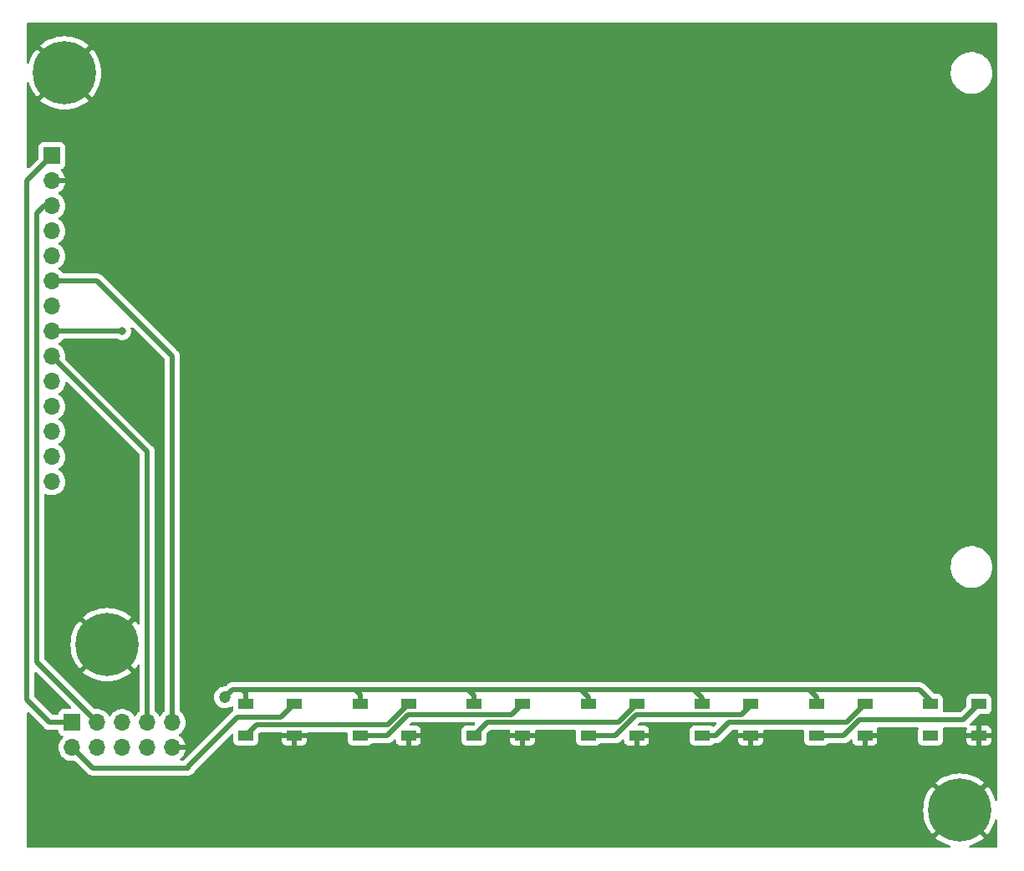
<source format=gbr>
%TF.GenerationSoftware,KiCad,Pcbnew,(6.0.7)*%
%TF.CreationDate,2023-04-15T21:14:02+02:00*%
%TF.ProjectId,LED board,4c454420-626f-4617-9264-2e6b69636164,rev?*%
%TF.SameCoordinates,Original*%
%TF.FileFunction,Copper,L1,Top*%
%TF.FilePolarity,Positive*%
%FSLAX46Y46*%
G04 Gerber Fmt 4.6, Leading zero omitted, Abs format (unit mm)*
G04 Created by KiCad (PCBNEW (6.0.7)) date 2023-04-15 21:14:02*
%MOMM*%
%LPD*%
G01*
G04 APERTURE LIST*
%TA.AperFunction,SMDPad,CuDef*%
%ADD10R,1.500000X1.000000*%
%TD*%
%TA.AperFunction,ComponentPad*%
%ADD11C,6.400000*%
%TD*%
%TA.AperFunction,ComponentPad*%
%ADD12R,1.700000X1.700000*%
%TD*%
%TA.AperFunction,ComponentPad*%
%ADD13O,1.700000X1.700000*%
%TD*%
%TA.AperFunction,ViaPad*%
%ADD14C,1.200000*%
%TD*%
%TA.AperFunction,ViaPad*%
%ADD15C,0.800000*%
%TD*%
%TA.AperFunction,Conductor*%
%ADD16C,0.500000*%
%TD*%
G04 APERTURE END LIST*
D10*
%TO.P,D4,1,VDD*%
%TO.N,+5V*%
X174461000Y-135052000D03*
%TO.P,D4,2,DOUT*%
%TO.N,Net-(D4-Pad2)*%
X174461000Y-138252000D03*
%TO.P,D4,3,VSS*%
%TO.N,GND*%
X179361000Y-138252000D03*
%TO.P,D4,4,DIN*%
%TO.N,Net-(D3-Pad2)*%
X179361000Y-135052000D03*
%TD*%
D11*
%TO.P,,1*%
%TO.N,GND*%
X125730000Y-129032000D03*
%TD*%
D12*
%TO.P,J1,1,Pin_1*%
%TO.N,+5V*%
X120142000Y-79502000D03*
D13*
%TO.P,J1,2,Pin_2*%
%TO.N,GND*%
X120142000Y-82042000D03*
%TO.P,J1,3,Pin_3*%
%TO.N,CS*%
X120142000Y-84582000D03*
%TO.P,J1,4,Pin_4*%
%TO.N,RESET*%
X120142000Y-87122000D03*
%TO.P,J1,5,Pin_5*%
%TO.N,DC{slash}RS*%
X120142000Y-89662000D03*
%TO.P,J1,6,Pin_6*%
%TO.N,MOSI*%
X120142000Y-92202000D03*
%TO.P,J1,7,Pin_7*%
%TO.N,SCK*%
X120142000Y-94742000D03*
%TO.P,J1,8,Pin_8*%
%TO.N,LED_back*%
X120142000Y-97282000D03*
%TO.P,J1,9,Pin_9*%
%TO.N,MISO*%
X120142000Y-99822000D03*
%TO.P,J1,10,Pin_10*%
%TO.N,unconnected-(J1-Pad10)*%
X120142000Y-102362000D03*
%TO.P,J1,11,Pin_11*%
%TO.N,unconnected-(J1-Pad11)*%
X120142000Y-104902000D03*
%TO.P,J1,12,Pin_12*%
%TO.N,unconnected-(J1-Pad12)*%
X120142000Y-107442000D03*
%TO.P,J1,13,Pin_13*%
%TO.N,unconnected-(J1-Pad13)*%
X120142000Y-109982000D03*
%TO.P,J1,14,Pin_14*%
%TO.N,unconnected-(J1-Pad14)*%
X120142000Y-112522000D03*
%TD*%
D12*
%TO.P,J2,1,Pin_1*%
%TO.N,+5V*%
X122174000Y-136906000D03*
D13*
%TO.P,J2,2,Pin_2*%
%TO.N,N_in*%
X122174000Y-139446000D03*
%TO.P,J2,3,Pin_3*%
%TO.N,CS*%
X124714000Y-136906000D03*
%TO.P,J2,4,Pin_4*%
%TO.N,RESET*%
X124714000Y-139446000D03*
%TO.P,J2,5,Pin_5*%
%TO.N,DC{slash}RS*%
X127254000Y-136906000D03*
%TO.P,J2,6,Pin_6*%
%TO.N,LED_back*%
X127254000Y-139446000D03*
%TO.P,J2,7,Pin_7*%
%TO.N,MISO*%
X129794000Y-136906000D03*
%TO.P,J2,8,Pin_8*%
%TO.N,SCK*%
X129794000Y-139446000D03*
%TO.P,J2,9,Pin_9*%
%TO.N,MOSI*%
X132334000Y-136906000D03*
%TO.P,J2,10,Pin_10*%
%TO.N,GND*%
X132334000Y-139446000D03*
%TD*%
D10*
%TO.P,D3,1,VDD*%
%TO.N,+5V*%
X162904000Y-135052000D03*
%TO.P,D3,2,DOUT*%
%TO.N,Net-(D3-Pad2)*%
X162904000Y-138252000D03*
%TO.P,D3,3,VSS*%
%TO.N,GND*%
X167804000Y-138252000D03*
%TO.P,D3,4,DIN*%
%TO.N,Net-(D2-Pad2)*%
X167804000Y-135052000D03*
%TD*%
%TO.P,D6,1,VDD*%
%TO.N,+5V*%
X197575000Y-135052000D03*
%TO.P,D6,2,DOUT*%
%TO.N,Net-(D6-Pad2)*%
X197575000Y-138252000D03*
%TO.P,D6,3,VSS*%
%TO.N,GND*%
X202475000Y-138252000D03*
%TO.P,D6,4,DIN*%
%TO.N,Net-(D5-Pad2)*%
X202475000Y-135052000D03*
%TD*%
%TO.P,D2,1,VDD*%
%TO.N,+5V*%
X151347000Y-135052000D03*
%TO.P,D2,2,DOUT*%
%TO.N,Net-(D2-Pad2)*%
X151347000Y-138252000D03*
%TO.P,D2,3,VSS*%
%TO.N,GND*%
X156247000Y-138252000D03*
%TO.P,D2,4,DIN*%
%TO.N,Net-(D1-Pad2)*%
X156247000Y-135052000D03*
%TD*%
D11*
%TO.P,,1*%
%TO.N,GND*%
X212090000Y-145796000D03*
%TD*%
D10*
%TO.P,D1,1,VDD*%
%TO.N,+5V*%
X139790000Y-135052000D03*
%TO.P,D1,2,DOUT*%
%TO.N,Net-(D1-Pad2)*%
X139790000Y-138252000D03*
%TO.P,D1,3,VSS*%
%TO.N,GND*%
X144690000Y-138252000D03*
%TO.P,D1,4,DIN*%
%TO.N,N_in*%
X144690000Y-135052000D03*
%TD*%
%TO.P,D5,1,VDD*%
%TO.N,+5V*%
X186018000Y-135052000D03*
%TO.P,D5,2,DOUT*%
%TO.N,Net-(D5-Pad2)*%
X186018000Y-138252000D03*
%TO.P,D5,3,VSS*%
%TO.N,GND*%
X190918000Y-138252000D03*
%TO.P,D5,4,DIN*%
%TO.N,Net-(D4-Pad2)*%
X190918000Y-135052000D03*
%TD*%
%TO.P,D7,1,VDD*%
%TO.N,+5V*%
X209132000Y-135052000D03*
%TO.P,D7,2,DOUT*%
%TO.N,N_out*%
X209132000Y-138252000D03*
%TO.P,D7,3,VSS*%
%TO.N,GND*%
X214032000Y-138252000D03*
%TO.P,D7,4,DIN*%
%TO.N,Net-(D6-Pad2)*%
X214032000Y-135052000D03*
%TD*%
D11*
%TO.P,,1*%
%TO.N,GND*%
X121412000Y-71120000D03*
%TD*%
D14*
%TO.N,+5V*%
X137668000Y-134366000D03*
D15*
%TO.N,GND*%
X149606000Y-94742000D03*
X127733615Y-87868829D03*
X172720000Y-145034000D03*
X205740000Y-145288000D03*
X119634000Y-134112000D03*
X141928905Y-125390650D03*
X163568157Y-75966318D03*
X209144609Y-95524716D03*
X118618000Y-146304000D03*
X172001595Y-93730368D03*
X129032000Y-147320000D03*
X128778000Y-103886000D03*
X149352000Y-115062000D03*
X147828000Y-145542000D03*
X125348534Y-109520635D03*
X162814000Y-144526000D03*
X145445237Y-77760666D03*
X122908811Y-147534240D03*
X196596000Y-73914000D03*
X128270000Y-76200000D03*
X165354000Y-87884000D03*
X210938958Y-81528798D03*
X185279774Y-122081074D03*
%TO.N,LED_back*%
X127254000Y-97282000D03*
%TD*%
D16*
%TO.N,+5V*%
X139790000Y-133948000D02*
X139446000Y-133604000D01*
X197575000Y-135052000D02*
X197575000Y-134329000D01*
X162052000Y-133604000D02*
X171450000Y-133604000D01*
X171450000Y-133604000D02*
X172974000Y-133604000D01*
X150876000Y-133604000D02*
X139446000Y-133604000D01*
X174461000Y-135052000D02*
X174461000Y-134329000D01*
X117602000Y-82042000D02*
X120142000Y-79502000D01*
X162306000Y-133604000D02*
X162052000Y-133604000D01*
X185166000Y-133604000D02*
X196088000Y-133604000D01*
X186018000Y-135052000D02*
X186018000Y-134456000D01*
X159766000Y-133604000D02*
X162052000Y-133604000D01*
X139790000Y-135052000D02*
X139790000Y-133948000D01*
X122174000Y-136906000D02*
X119888000Y-136906000D01*
X172974000Y-133604000D02*
X183642000Y-133604000D01*
X150876000Y-133604000D02*
X159766000Y-133604000D01*
X174461000Y-134329000D02*
X173736000Y-133604000D01*
X196850000Y-133604000D02*
X208026000Y-133604000D01*
X117602000Y-134620000D02*
X117602000Y-82042000D01*
X151347000Y-135052000D02*
X151347000Y-134075000D01*
X151347000Y-134075000D02*
X150876000Y-133604000D01*
X173736000Y-133604000D02*
X172974000Y-133604000D01*
X186018000Y-134456000D02*
X185166000Y-133604000D01*
X119888000Y-136906000D02*
X117602000Y-134620000D01*
X138430000Y-133604000D02*
X139446000Y-133604000D01*
X183642000Y-133604000D02*
X185166000Y-133604000D01*
X209132000Y-135052000D02*
X209132000Y-134710000D01*
X196088000Y-133604000D02*
X196850000Y-133604000D01*
X162904000Y-135052000D02*
X162904000Y-134202000D01*
X209132000Y-134710000D02*
X208026000Y-133604000D01*
X137668000Y-134366000D02*
X138430000Y-133604000D01*
X197575000Y-134329000D02*
X196850000Y-133604000D01*
X162904000Y-134202000D02*
X162306000Y-133604000D01*
%TO.N,Net-(D1-Pad2)*%
X154139000Y-137160000D02*
X156247000Y-135052000D01*
X139790000Y-138252000D02*
X140882000Y-137160000D01*
X140882000Y-137160000D02*
X154139000Y-137160000D01*
%TO.N,N_in*%
X133926000Y-141410000D02*
X138938000Y-136398000D01*
X138938000Y-136398000D02*
X143344000Y-136398000D01*
X133926000Y-141515000D02*
X133926000Y-141410000D01*
X143344000Y-136398000D02*
X144690000Y-135052000D01*
X124243000Y-141515000D02*
X133926000Y-141515000D01*
X122174000Y-139446000D02*
X124243000Y-141515000D01*
%TO.N,Net-(D2-Pad2)*%
X156205000Y-136144000D02*
X166712000Y-136144000D01*
X154097000Y-138252000D02*
X156205000Y-136144000D01*
X151347000Y-138252000D02*
X154097000Y-138252000D01*
X166712000Y-136144000D02*
X167804000Y-135052000D01*
%TO.N,Net-(D3-Pad2)*%
X162904000Y-138252000D02*
X164250000Y-136906000D01*
X164250000Y-136906000D02*
X177507000Y-136906000D01*
X177507000Y-136906000D02*
X179361000Y-135052000D01*
%TO.N,Net-(D4-Pad2)*%
X190918000Y-135052000D02*
X190918000Y-135218000D01*
X177211000Y-138252000D02*
X179319000Y-136144000D01*
X174461000Y-138252000D02*
X177211000Y-138252000D01*
X190918000Y-135218000D02*
X189992000Y-136144000D01*
X179319000Y-136144000D02*
X189992000Y-136144000D01*
%TO.N,Net-(D5-Pad2)*%
X187376000Y-138252000D02*
X188722000Y-136906000D01*
X186018000Y-138252000D02*
X187376000Y-138252000D01*
X188722000Y-136906000D02*
X200621000Y-136906000D01*
X200621000Y-136906000D02*
X202475000Y-135052000D01*
%TO.N,Net-(D6-Pad2)*%
X197575000Y-138252000D02*
X200325000Y-138252000D01*
X201925000Y-136652000D02*
X212432000Y-136652000D01*
X212432000Y-136652000D02*
X214032000Y-135052000D01*
X200325000Y-138252000D02*
X201925000Y-136652000D01*
%TO.N,CS*%
X118635000Y-130048000D02*
X118635000Y-130827000D01*
X119380000Y-84582000D02*
X118618000Y-85344000D01*
X118618000Y-130031000D02*
X118635000Y-130048000D01*
X120142000Y-84582000D02*
X119380000Y-84582000D01*
X118618000Y-85344000D02*
X118618000Y-130031000D01*
X118635000Y-130827000D02*
X124714000Y-136906000D01*
%TO.N,MOSI*%
X132334000Y-99822000D02*
X132334000Y-136906000D01*
X120142000Y-92202000D02*
X124714000Y-92202000D01*
X124714000Y-92202000D02*
X132334000Y-99822000D01*
%TO.N,LED_back*%
X127254000Y-97282000D02*
X120142000Y-97282000D01*
%TO.N,MISO*%
X129794000Y-109474000D02*
X129794000Y-136906000D01*
X120142000Y-99822000D02*
X129794000Y-109474000D01*
%TD*%
%TA.AperFunction,Conductor*%
%TO.N,GND*%
G36*
X215841621Y-66060502D02*
G01*
X215888114Y-66114158D01*
X215899500Y-66166500D01*
X215899500Y-144729569D01*
X215879498Y-144797690D01*
X215825842Y-144844183D01*
X215755568Y-144854287D01*
X215690988Y-144824793D01*
X215651793Y-144762180D01*
X215622212Y-144651785D01*
X215620171Y-144645502D01*
X215483260Y-144288836D01*
X215480578Y-144282811D01*
X215307128Y-143942397D01*
X215303831Y-143936687D01*
X215095747Y-143616265D01*
X215091877Y-143610939D01*
X214898522Y-143372165D01*
X214886267Y-143363700D01*
X214875176Y-143370034D01*
X212462022Y-145783188D01*
X212454408Y-145797132D01*
X212454539Y-145798965D01*
X212458790Y-145805580D01*
X214874310Y-148221100D01*
X214887386Y-148228241D01*
X214897753Y-148220784D01*
X215091877Y-147981061D01*
X215095747Y-147975735D01*
X215303831Y-147655313D01*
X215307128Y-147649603D01*
X215480578Y-147309189D01*
X215483260Y-147303164D01*
X215620171Y-146946498D01*
X215622212Y-146940215D01*
X215651793Y-146829820D01*
X215688745Y-146769197D01*
X215752606Y-146738176D01*
X215823100Y-146746604D01*
X215877847Y-146791807D01*
X215899500Y-146862431D01*
X215899500Y-149479500D01*
X215879498Y-149547621D01*
X215825842Y-149594114D01*
X215773500Y-149605500D01*
X213156431Y-149605500D01*
X213088310Y-149585498D01*
X213041817Y-149531842D01*
X213031713Y-149461568D01*
X213061207Y-149396988D01*
X213123820Y-149357793D01*
X213234215Y-149328212D01*
X213240498Y-149326171D01*
X213597164Y-149189260D01*
X213603189Y-149186578D01*
X213943606Y-149013127D01*
X213949315Y-149009830D01*
X214269728Y-148801751D01*
X214275065Y-148797874D01*
X214513835Y-148604522D01*
X214522300Y-148592267D01*
X214515966Y-148581176D01*
X212102812Y-146168022D01*
X212088868Y-146160408D01*
X212087035Y-146160539D01*
X212080420Y-146164790D01*
X209664900Y-148580310D01*
X209657759Y-148593386D01*
X209665216Y-148603753D01*
X209904935Y-148797874D01*
X209910272Y-148801751D01*
X210230685Y-149009830D01*
X210236394Y-149013127D01*
X210576811Y-149186578D01*
X210582836Y-149189260D01*
X210939502Y-149326171D01*
X210945785Y-149328212D01*
X211056180Y-149357793D01*
X211116803Y-149394745D01*
X211147824Y-149458606D01*
X211139396Y-149529100D01*
X211094193Y-149583847D01*
X211023569Y-149605500D01*
X117728500Y-149605500D01*
X117660379Y-149585498D01*
X117613886Y-149531842D01*
X117602500Y-149479500D01*
X117602500Y-145799301D01*
X208377084Y-145799301D01*
X208397080Y-146180833D01*
X208397766Y-146187371D01*
X208457535Y-146564734D01*
X208458906Y-146571184D01*
X208557788Y-146940216D01*
X208559829Y-146946498D01*
X208696740Y-147303164D01*
X208699422Y-147309189D01*
X208872872Y-147649603D01*
X208876169Y-147655313D01*
X209084253Y-147975735D01*
X209088123Y-147981061D01*
X209281478Y-148219835D01*
X209293733Y-148228300D01*
X209304824Y-148221966D01*
X211717978Y-145808812D01*
X211725592Y-145794868D01*
X211725461Y-145793035D01*
X211721210Y-145786420D01*
X209305690Y-143370900D01*
X209292614Y-143363759D01*
X209282247Y-143371216D01*
X209088123Y-143610939D01*
X209084253Y-143616265D01*
X208876169Y-143936687D01*
X208872872Y-143942397D01*
X208699422Y-144282811D01*
X208696740Y-144288836D01*
X208559829Y-144645502D01*
X208557788Y-144651784D01*
X208458906Y-145020816D01*
X208457535Y-145027266D01*
X208397766Y-145404629D01*
X208397080Y-145411167D01*
X208377084Y-145792699D01*
X208377084Y-145799301D01*
X117602500Y-145799301D01*
X117602500Y-142999733D01*
X209657700Y-142999733D01*
X209664034Y-143010824D01*
X212077188Y-145423978D01*
X212091132Y-145431592D01*
X212092965Y-145431461D01*
X212099580Y-145427210D01*
X214515100Y-143011690D01*
X214522241Y-142998614D01*
X214514784Y-142988247D01*
X214275065Y-142794126D01*
X214269728Y-142790249D01*
X213949315Y-142582170D01*
X213943606Y-142578873D01*
X213603189Y-142405422D01*
X213597164Y-142402740D01*
X213240498Y-142265829D01*
X213234216Y-142263788D01*
X212865184Y-142164906D01*
X212858734Y-142163535D01*
X212481371Y-142103766D01*
X212474833Y-142103080D01*
X212093301Y-142083084D01*
X212086699Y-142083084D01*
X211705167Y-142103080D01*
X211698629Y-142103766D01*
X211321266Y-142163535D01*
X211314816Y-142164906D01*
X210945784Y-142263788D01*
X210939502Y-142265829D01*
X210582836Y-142402740D01*
X210576811Y-142405422D01*
X210236397Y-142578872D01*
X210230687Y-142582169D01*
X209910265Y-142790253D01*
X209904939Y-142794123D01*
X209666165Y-142987478D01*
X209657700Y-142999733D01*
X117602500Y-142999733D01*
X117602500Y-135997371D01*
X117622502Y-135929250D01*
X117676158Y-135882757D01*
X117746432Y-135872653D01*
X117811012Y-135902147D01*
X117817595Y-135908276D01*
X119304230Y-137394911D01*
X119316616Y-137409323D01*
X119325149Y-137420918D01*
X119325154Y-137420923D01*
X119329492Y-137426818D01*
X119335070Y-137431557D01*
X119335073Y-137431560D01*
X119369768Y-137461035D01*
X119377284Y-137467965D01*
X119382979Y-137473660D01*
X119385861Y-137475940D01*
X119405251Y-137491281D01*
X119408655Y-137494072D01*
X119458703Y-137536591D01*
X119464285Y-137541333D01*
X119470801Y-137544661D01*
X119475850Y-137548028D01*
X119480979Y-137551195D01*
X119486716Y-137555734D01*
X119552875Y-137586655D01*
X119556769Y-137588558D01*
X119621808Y-137621769D01*
X119628916Y-137623508D01*
X119634559Y-137625607D01*
X119640322Y-137627524D01*
X119646950Y-137630622D01*
X119654112Y-137632112D01*
X119654113Y-137632112D01*
X119718412Y-137645486D01*
X119722696Y-137646456D01*
X119793610Y-137663808D01*
X119799212Y-137664156D01*
X119799215Y-137664156D01*
X119804764Y-137664500D01*
X119804762Y-137664536D01*
X119808755Y-137664775D01*
X119812947Y-137665149D01*
X119820115Y-137666640D01*
X119897520Y-137664546D01*
X119900928Y-137664500D01*
X120689500Y-137664500D01*
X120757621Y-137684502D01*
X120804114Y-137738158D01*
X120815500Y-137790500D01*
X120815500Y-137804134D01*
X120822255Y-137866316D01*
X120873385Y-138002705D01*
X120960739Y-138119261D01*
X121077295Y-138206615D01*
X121085704Y-138209767D01*
X121085705Y-138209768D01*
X121194451Y-138250535D01*
X121251216Y-138293176D01*
X121275916Y-138359738D01*
X121260709Y-138429087D01*
X121241316Y-138455568D01*
X121114629Y-138588138D01*
X120988743Y-138772680D01*
X120949369Y-138857505D01*
X120897371Y-138969526D01*
X120894688Y-138975305D01*
X120834989Y-139190570D01*
X120811251Y-139412695D01*
X120824110Y-139635715D01*
X120825247Y-139640761D01*
X120825248Y-139640767D01*
X120838597Y-139700000D01*
X120873222Y-139853639D01*
X120957266Y-140060616D01*
X121007863Y-140143183D01*
X121071291Y-140246688D01*
X121073987Y-140251088D01*
X121220250Y-140419938D01*
X121392126Y-140562632D01*
X121585000Y-140675338D01*
X121793692Y-140755030D01*
X121798760Y-140756061D01*
X121798763Y-140756062D01*
X121906379Y-140777957D01*
X122012597Y-140799567D01*
X122017772Y-140799757D01*
X122017774Y-140799757D01*
X122230673Y-140807564D01*
X122230677Y-140807564D01*
X122235837Y-140807753D01*
X122375908Y-140789809D01*
X122446017Y-140800993D01*
X122481012Y-140825693D01*
X123659230Y-142003911D01*
X123671616Y-142018323D01*
X123680149Y-142029918D01*
X123680154Y-142029923D01*
X123684492Y-142035818D01*
X123690070Y-142040557D01*
X123690073Y-142040560D01*
X123724768Y-142070035D01*
X123732284Y-142076965D01*
X123737979Y-142082660D01*
X123740861Y-142084940D01*
X123760251Y-142100281D01*
X123763655Y-142103072D01*
X123802661Y-142136210D01*
X123819285Y-142150333D01*
X123825801Y-142153661D01*
X123830850Y-142157028D01*
X123835979Y-142160195D01*
X123841716Y-142164734D01*
X123907875Y-142195655D01*
X123911769Y-142197558D01*
X123976808Y-142230769D01*
X123983917Y-142232508D01*
X123989551Y-142234604D01*
X123995321Y-142236523D01*
X124001950Y-142239622D01*
X124009113Y-142241112D01*
X124009116Y-142241113D01*
X124057160Y-142251106D01*
X124073435Y-142254491D01*
X124077701Y-142255457D01*
X124148610Y-142272808D01*
X124154212Y-142273156D01*
X124154215Y-142273156D01*
X124159764Y-142273500D01*
X124159762Y-142273535D01*
X124163734Y-142273775D01*
X124167955Y-142274152D01*
X124175115Y-142275641D01*
X124252542Y-142273546D01*
X124255950Y-142273500D01*
X133898165Y-142273500D01*
X133905966Y-142273742D01*
X133967298Y-142277547D01*
X134030889Y-142266620D01*
X134037610Y-142265652D01*
X134058535Y-142263212D01*
X134094411Y-142259030D01*
X134094414Y-142259029D01*
X134101681Y-142258182D01*
X134110607Y-142254942D01*
X134132258Y-142249201D01*
X134141614Y-142247594D01*
X134200996Y-142222327D01*
X134207289Y-142219848D01*
X134267937Y-142197833D01*
X134274739Y-142193374D01*
X134275878Y-142192627D01*
X134295615Y-142182067D01*
X134297623Y-142181213D01*
X134297635Y-142181206D01*
X134304364Y-142178343D01*
X134310256Y-142174007D01*
X134310261Y-142174004D01*
X134356332Y-142140100D01*
X134361928Y-142136210D01*
X134366986Y-142132894D01*
X134415852Y-142100856D01*
X134422384Y-142093961D01*
X134439166Y-142079139D01*
X134446818Y-142073508D01*
X134451553Y-142067935D01*
X134451560Y-142067928D01*
X134488581Y-142024351D01*
X134493133Y-142019277D01*
X134532457Y-141977766D01*
X134532458Y-141977765D01*
X134537490Y-141972453D01*
X134541165Y-141966126D01*
X134541172Y-141966117D01*
X134542267Y-141964232D01*
X134555185Y-141945953D01*
X134556594Y-141944294D01*
X134556596Y-141944291D01*
X134561333Y-141938715D01*
X134564659Y-141932201D01*
X134564662Y-141932197D01*
X134590670Y-141881264D01*
X134593932Y-141875281D01*
X134622649Y-141825841D01*
X134622650Y-141825839D01*
X134626326Y-141819510D01*
X134628447Y-141812506D01*
X134628449Y-141812502D01*
X134629078Y-141810425D01*
X134637451Y-141789649D01*
X134641769Y-141781192D01*
X134641769Y-141781191D01*
X134641993Y-141781306D01*
X134668211Y-141740470D01*
X138316405Y-138092276D01*
X138378717Y-138058250D01*
X138449532Y-138063315D01*
X138506368Y-138105862D01*
X138531179Y-138172382D01*
X138531500Y-138181371D01*
X138531500Y-138800134D01*
X138538255Y-138862316D01*
X138589385Y-138998705D01*
X138676739Y-139115261D01*
X138793295Y-139202615D01*
X138929684Y-139253745D01*
X138991866Y-139260500D01*
X140588134Y-139260500D01*
X140650316Y-139253745D01*
X140786705Y-139202615D01*
X140903261Y-139115261D01*
X140990615Y-138998705D01*
X141041745Y-138862316D01*
X141048500Y-138800134D01*
X141048500Y-138796669D01*
X143432001Y-138796669D01*
X143432371Y-138803490D01*
X143437895Y-138854352D01*
X143441521Y-138869604D01*
X143486676Y-138990054D01*
X143495214Y-139005649D01*
X143571715Y-139107724D01*
X143584276Y-139120285D01*
X143686351Y-139196786D01*
X143701946Y-139205324D01*
X143822394Y-139250478D01*
X143837649Y-139254105D01*
X143888514Y-139259631D01*
X143895328Y-139260000D01*
X144417885Y-139260000D01*
X144433124Y-139255525D01*
X144434329Y-139254135D01*
X144436000Y-139246452D01*
X144436000Y-139241884D01*
X144944000Y-139241884D01*
X144948475Y-139257123D01*
X144949865Y-139258328D01*
X144957548Y-139259999D01*
X145484669Y-139259999D01*
X145491490Y-139259629D01*
X145542352Y-139254105D01*
X145557604Y-139250479D01*
X145678054Y-139205324D01*
X145693649Y-139196786D01*
X145795724Y-139120285D01*
X145808285Y-139107724D01*
X145884786Y-139005649D01*
X145893324Y-138990054D01*
X145938478Y-138869606D01*
X145942105Y-138854351D01*
X145947631Y-138803486D01*
X145948000Y-138796672D01*
X145948000Y-138524115D01*
X145943525Y-138508876D01*
X145942135Y-138507671D01*
X145934452Y-138506000D01*
X144962115Y-138506000D01*
X144946876Y-138510475D01*
X144945671Y-138511865D01*
X144944000Y-138519548D01*
X144944000Y-139241884D01*
X144436000Y-139241884D01*
X144436000Y-138524115D01*
X144431525Y-138508876D01*
X144430135Y-138507671D01*
X144422452Y-138506000D01*
X143450116Y-138506000D01*
X143434877Y-138510475D01*
X143433672Y-138511865D01*
X143432001Y-138519548D01*
X143432001Y-138796669D01*
X141048500Y-138796669D01*
X141048500Y-138118371D01*
X141068502Y-138050250D01*
X141085405Y-138029276D01*
X141159276Y-137955405D01*
X141221588Y-137921379D01*
X141248371Y-137918500D01*
X143319654Y-137918500D01*
X143387775Y-137938502D01*
X143434268Y-137992158D01*
X143434849Y-137993715D01*
X143437865Y-137996329D01*
X143445548Y-137998000D01*
X145929884Y-137998000D01*
X145945123Y-137993525D01*
X145967388Y-137967830D01*
X145967806Y-137968193D01*
X145974791Y-137955402D01*
X146037104Y-137921379D01*
X146063884Y-137918500D01*
X149962500Y-137918500D01*
X150030621Y-137938502D01*
X150077114Y-137992158D01*
X150088500Y-138044500D01*
X150088500Y-138800134D01*
X150095255Y-138862316D01*
X150146385Y-138998705D01*
X150233739Y-139115261D01*
X150350295Y-139202615D01*
X150486684Y-139253745D01*
X150548866Y-139260500D01*
X152145134Y-139260500D01*
X152207316Y-139253745D01*
X152343705Y-139202615D01*
X152460261Y-139115261D01*
X152500976Y-139060935D01*
X152557835Y-139018420D01*
X152601802Y-139010500D01*
X154029930Y-139010500D01*
X154048880Y-139011933D01*
X154063115Y-139014099D01*
X154063119Y-139014099D01*
X154070349Y-139015199D01*
X154077641Y-139014606D01*
X154077644Y-139014606D01*
X154123018Y-139010915D01*
X154133233Y-139010500D01*
X154141293Y-139010500D01*
X154154583Y-139008951D01*
X154169507Y-139007211D01*
X154173882Y-139006778D01*
X154239339Y-139001454D01*
X154239342Y-139001453D01*
X154246637Y-139000860D01*
X154253601Y-138998604D01*
X154259560Y-138997413D01*
X154265415Y-138996029D01*
X154272681Y-138995182D01*
X154341327Y-138970265D01*
X154345455Y-138968848D01*
X154407936Y-138948607D01*
X154407938Y-138948606D01*
X154414899Y-138946351D01*
X154421154Y-138942555D01*
X154426628Y-138940049D01*
X154432058Y-138937330D01*
X154438937Y-138934833D01*
X154499976Y-138894814D01*
X154503680Y-138892477D01*
X154566107Y-138854595D01*
X154574484Y-138847197D01*
X154574508Y-138847224D01*
X154577500Y-138844571D01*
X154580733Y-138841868D01*
X154586852Y-138837856D01*
X154640128Y-138781617D01*
X154642506Y-138779175D01*
X154773906Y-138647775D01*
X154836218Y-138613749D01*
X154907033Y-138618814D01*
X154963869Y-138661361D01*
X154988680Y-138727881D01*
X154989001Y-138736870D01*
X154989001Y-138796669D01*
X154989371Y-138803490D01*
X154994895Y-138854352D01*
X154998521Y-138869604D01*
X155043676Y-138990054D01*
X155052214Y-139005649D01*
X155128715Y-139107724D01*
X155141276Y-139120285D01*
X155243351Y-139196786D01*
X155258946Y-139205324D01*
X155379394Y-139250478D01*
X155394649Y-139254105D01*
X155445514Y-139259631D01*
X155452328Y-139260000D01*
X155974885Y-139260000D01*
X155990124Y-139255525D01*
X155991329Y-139254135D01*
X155993000Y-139246452D01*
X155993000Y-139241884D01*
X156501000Y-139241884D01*
X156505475Y-139257123D01*
X156506865Y-139258328D01*
X156514548Y-139259999D01*
X157041669Y-139259999D01*
X157048490Y-139259629D01*
X157099352Y-139254105D01*
X157114604Y-139250479D01*
X157235054Y-139205324D01*
X157250649Y-139196786D01*
X157352724Y-139120285D01*
X157365285Y-139107724D01*
X157441786Y-139005649D01*
X157450324Y-138990054D01*
X157495478Y-138869606D01*
X157499105Y-138854351D01*
X157504631Y-138803486D01*
X157505000Y-138796672D01*
X157505000Y-138524115D01*
X157500525Y-138508876D01*
X157499135Y-138507671D01*
X157491452Y-138506000D01*
X156519115Y-138506000D01*
X156503876Y-138510475D01*
X156502671Y-138511865D01*
X156501000Y-138519548D01*
X156501000Y-139241884D01*
X155993000Y-139241884D01*
X155993000Y-138124000D01*
X156013002Y-138055879D01*
X156066658Y-138009386D01*
X156119000Y-137998000D01*
X157486884Y-137998000D01*
X157502123Y-137993525D01*
X157503328Y-137992135D01*
X157504999Y-137984452D01*
X157504999Y-137707331D01*
X157504629Y-137700510D01*
X157499105Y-137649648D01*
X157495479Y-137634396D01*
X157450324Y-137513946D01*
X157441786Y-137498351D01*
X157365285Y-137396276D01*
X157352724Y-137383715D01*
X157250649Y-137307214D01*
X157235054Y-137298676D01*
X157114606Y-137253522D01*
X157099351Y-137249895D01*
X157048486Y-137244369D01*
X157041672Y-137244000D01*
X156481870Y-137244001D01*
X156413749Y-137223999D01*
X156367256Y-137170343D01*
X156357152Y-137100070D01*
X156386645Y-137035489D01*
X156392775Y-137028906D01*
X156482276Y-136939405D01*
X156544588Y-136905379D01*
X156571371Y-136902500D01*
X162876629Y-136902500D01*
X162944750Y-136922502D01*
X162991243Y-136976158D01*
X163001347Y-137046432D01*
X162971853Y-137111012D01*
X162965724Y-137117595D01*
X162876724Y-137206595D01*
X162814412Y-137240621D01*
X162787629Y-137243500D01*
X162105866Y-137243500D01*
X162043684Y-137250255D01*
X161907295Y-137301385D01*
X161790739Y-137388739D01*
X161703385Y-137505295D01*
X161652255Y-137641684D01*
X161645500Y-137703866D01*
X161645500Y-138800134D01*
X161652255Y-138862316D01*
X161703385Y-138998705D01*
X161790739Y-139115261D01*
X161907295Y-139202615D01*
X162043684Y-139253745D01*
X162105866Y-139260500D01*
X163702134Y-139260500D01*
X163764316Y-139253745D01*
X163900705Y-139202615D01*
X164017261Y-139115261D01*
X164104615Y-138998705D01*
X164155745Y-138862316D01*
X164162500Y-138800134D01*
X164162500Y-138796669D01*
X166546001Y-138796669D01*
X166546371Y-138803490D01*
X166551895Y-138854352D01*
X166555521Y-138869604D01*
X166600676Y-138990054D01*
X166609214Y-139005649D01*
X166685715Y-139107724D01*
X166698276Y-139120285D01*
X166800351Y-139196786D01*
X166815946Y-139205324D01*
X166936394Y-139250478D01*
X166951649Y-139254105D01*
X167002514Y-139259631D01*
X167009328Y-139260000D01*
X167531885Y-139260000D01*
X167547124Y-139255525D01*
X167548329Y-139254135D01*
X167550000Y-139246452D01*
X167550000Y-139241884D01*
X168058000Y-139241884D01*
X168062475Y-139257123D01*
X168063865Y-139258328D01*
X168071548Y-139259999D01*
X168598669Y-139259999D01*
X168605490Y-139259629D01*
X168656352Y-139254105D01*
X168671604Y-139250479D01*
X168792054Y-139205324D01*
X168807649Y-139196786D01*
X168909724Y-139120285D01*
X168922285Y-139107724D01*
X168998786Y-139005649D01*
X169007324Y-138990054D01*
X169052478Y-138869606D01*
X169056105Y-138854351D01*
X169061631Y-138803486D01*
X169062000Y-138796672D01*
X169062000Y-138524115D01*
X169057525Y-138508876D01*
X169056135Y-138507671D01*
X169048452Y-138506000D01*
X168076115Y-138506000D01*
X168060876Y-138510475D01*
X168059671Y-138511865D01*
X168058000Y-138519548D01*
X168058000Y-139241884D01*
X167550000Y-139241884D01*
X167550000Y-138524115D01*
X167545525Y-138508876D01*
X167544135Y-138507671D01*
X167536452Y-138506000D01*
X166564116Y-138506000D01*
X166548877Y-138510475D01*
X166547672Y-138511865D01*
X166546001Y-138519548D01*
X166546001Y-138796669D01*
X164162500Y-138796669D01*
X164162500Y-138118371D01*
X164182502Y-138050250D01*
X164199405Y-138029276D01*
X164527276Y-137701405D01*
X164589588Y-137667379D01*
X164616371Y-137664500D01*
X166420000Y-137664500D01*
X166488121Y-137684502D01*
X166534614Y-137738158D01*
X166546000Y-137790500D01*
X166546000Y-137979885D01*
X166550475Y-137995124D01*
X166551865Y-137996329D01*
X166559548Y-137998000D01*
X169043884Y-137998000D01*
X169059123Y-137993525D01*
X169060328Y-137992135D01*
X169061999Y-137984452D01*
X169061999Y-137790500D01*
X169082001Y-137722379D01*
X169135657Y-137675886D01*
X169187999Y-137664500D01*
X173076500Y-137664500D01*
X173144621Y-137684502D01*
X173191114Y-137738158D01*
X173202500Y-137790500D01*
X173202500Y-138800134D01*
X173209255Y-138862316D01*
X173260385Y-138998705D01*
X173347739Y-139115261D01*
X173464295Y-139202615D01*
X173600684Y-139253745D01*
X173662866Y-139260500D01*
X175259134Y-139260500D01*
X175321316Y-139253745D01*
X175457705Y-139202615D01*
X175574261Y-139115261D01*
X175614976Y-139060935D01*
X175671835Y-139018420D01*
X175715802Y-139010500D01*
X177143930Y-139010500D01*
X177162880Y-139011933D01*
X177177115Y-139014099D01*
X177177119Y-139014099D01*
X177184349Y-139015199D01*
X177191641Y-139014606D01*
X177191644Y-139014606D01*
X177237018Y-139010915D01*
X177247233Y-139010500D01*
X177255293Y-139010500D01*
X177268583Y-139008951D01*
X177283507Y-139007211D01*
X177287882Y-139006778D01*
X177353339Y-139001454D01*
X177353342Y-139001453D01*
X177360637Y-139000860D01*
X177367601Y-138998604D01*
X177373560Y-138997413D01*
X177379415Y-138996029D01*
X177386681Y-138995182D01*
X177455327Y-138970265D01*
X177459455Y-138968848D01*
X177521936Y-138948607D01*
X177521938Y-138948606D01*
X177528899Y-138946351D01*
X177535154Y-138942555D01*
X177540628Y-138940049D01*
X177546058Y-138937330D01*
X177552937Y-138934833D01*
X177613976Y-138894814D01*
X177617680Y-138892477D01*
X177680107Y-138854595D01*
X177688484Y-138847197D01*
X177688508Y-138847224D01*
X177691500Y-138844571D01*
X177694733Y-138841868D01*
X177700852Y-138837856D01*
X177754128Y-138781617D01*
X177756506Y-138779175D01*
X177887906Y-138647775D01*
X177950218Y-138613749D01*
X178021033Y-138618814D01*
X178077869Y-138661361D01*
X178102680Y-138727881D01*
X178103001Y-138736870D01*
X178103001Y-138796669D01*
X178103371Y-138803490D01*
X178108895Y-138854352D01*
X178112521Y-138869604D01*
X178157676Y-138990054D01*
X178166214Y-139005649D01*
X178242715Y-139107724D01*
X178255276Y-139120285D01*
X178357351Y-139196786D01*
X178372946Y-139205324D01*
X178493394Y-139250478D01*
X178508649Y-139254105D01*
X178559514Y-139259631D01*
X178566328Y-139260000D01*
X179088885Y-139260000D01*
X179104124Y-139255525D01*
X179105329Y-139254135D01*
X179107000Y-139246452D01*
X179107000Y-139241884D01*
X179615000Y-139241884D01*
X179619475Y-139257123D01*
X179620865Y-139258328D01*
X179628548Y-139259999D01*
X180155669Y-139259999D01*
X180162490Y-139259629D01*
X180213352Y-139254105D01*
X180228604Y-139250479D01*
X180349054Y-139205324D01*
X180364649Y-139196786D01*
X180466724Y-139120285D01*
X180479285Y-139107724D01*
X180555786Y-139005649D01*
X180564324Y-138990054D01*
X180609478Y-138869606D01*
X180613105Y-138854351D01*
X180618631Y-138803486D01*
X180619000Y-138796672D01*
X180619000Y-138524115D01*
X180614525Y-138508876D01*
X180613135Y-138507671D01*
X180605452Y-138506000D01*
X179633115Y-138506000D01*
X179617876Y-138510475D01*
X179616671Y-138511865D01*
X179615000Y-138519548D01*
X179615000Y-139241884D01*
X179107000Y-139241884D01*
X179107000Y-138124000D01*
X179127002Y-138055879D01*
X179180658Y-138009386D01*
X179233000Y-137998000D01*
X180600884Y-137998000D01*
X180616123Y-137993525D01*
X180617328Y-137992135D01*
X180618999Y-137984452D01*
X180618999Y-137707331D01*
X180618629Y-137700510D01*
X180613105Y-137649648D01*
X180609479Y-137634396D01*
X180564324Y-137513946D01*
X180555786Y-137498351D01*
X180479285Y-137396276D01*
X180466724Y-137383715D01*
X180364649Y-137307214D01*
X180349054Y-137298676D01*
X180228606Y-137253522D01*
X180213351Y-137249895D01*
X180162486Y-137244369D01*
X180155672Y-137244000D01*
X179595870Y-137244001D01*
X179527749Y-137223999D01*
X179481256Y-137170343D01*
X179471152Y-137100070D01*
X179500645Y-137035489D01*
X179506775Y-137028906D01*
X179596276Y-136939405D01*
X179658588Y-136905379D01*
X179685371Y-136902500D01*
X187348629Y-136902500D01*
X187416750Y-136922502D01*
X187463243Y-136976158D01*
X187473347Y-137046432D01*
X187443853Y-137111012D01*
X187437724Y-137117595D01*
X187228695Y-137326624D01*
X187166383Y-137360650D01*
X187095568Y-137355585D01*
X187064036Y-137338356D01*
X187038579Y-137319278D01*
X187014705Y-137301385D01*
X186878316Y-137250255D01*
X186816134Y-137243500D01*
X185219866Y-137243500D01*
X185157684Y-137250255D01*
X185021295Y-137301385D01*
X184904739Y-137388739D01*
X184817385Y-137505295D01*
X184766255Y-137641684D01*
X184759500Y-137703866D01*
X184759500Y-138800134D01*
X184766255Y-138862316D01*
X184817385Y-138998705D01*
X184904739Y-139115261D01*
X185021295Y-139202615D01*
X185157684Y-139253745D01*
X185219866Y-139260500D01*
X186816134Y-139260500D01*
X186878316Y-139253745D01*
X187014705Y-139202615D01*
X187131261Y-139115261D01*
X187171976Y-139060935D01*
X187228835Y-139018420D01*
X187272802Y-139010500D01*
X187308930Y-139010500D01*
X187327880Y-139011933D01*
X187342115Y-139014099D01*
X187342119Y-139014099D01*
X187349349Y-139015199D01*
X187356641Y-139014606D01*
X187356644Y-139014606D01*
X187402018Y-139010915D01*
X187412233Y-139010500D01*
X187420293Y-139010500D01*
X187433583Y-139008951D01*
X187448507Y-139007211D01*
X187452882Y-139006778D01*
X187518339Y-139001454D01*
X187518342Y-139001453D01*
X187525637Y-139000860D01*
X187532601Y-138998604D01*
X187538560Y-138997413D01*
X187544415Y-138996029D01*
X187551681Y-138995182D01*
X187620327Y-138970265D01*
X187624455Y-138968848D01*
X187686936Y-138948607D01*
X187686938Y-138948606D01*
X187693899Y-138946351D01*
X187700154Y-138942555D01*
X187705628Y-138940049D01*
X187711058Y-138937330D01*
X187717937Y-138934833D01*
X187778976Y-138894814D01*
X187782680Y-138892477D01*
X187845107Y-138854595D01*
X187853484Y-138847197D01*
X187853508Y-138847224D01*
X187856500Y-138844571D01*
X187859733Y-138841868D01*
X187865852Y-138837856D01*
X187904869Y-138796669D01*
X189660001Y-138796669D01*
X189660371Y-138803490D01*
X189665895Y-138854352D01*
X189669521Y-138869604D01*
X189714676Y-138990054D01*
X189723214Y-139005649D01*
X189799715Y-139107724D01*
X189812276Y-139120285D01*
X189914351Y-139196786D01*
X189929946Y-139205324D01*
X190050394Y-139250478D01*
X190065649Y-139254105D01*
X190116514Y-139259631D01*
X190123328Y-139260000D01*
X190645885Y-139260000D01*
X190661124Y-139255525D01*
X190662329Y-139254135D01*
X190664000Y-139246452D01*
X190664000Y-139241884D01*
X191172000Y-139241884D01*
X191176475Y-139257123D01*
X191177865Y-139258328D01*
X191185548Y-139259999D01*
X191712669Y-139259999D01*
X191719490Y-139259629D01*
X191770352Y-139254105D01*
X191785604Y-139250479D01*
X191906054Y-139205324D01*
X191921649Y-139196786D01*
X192023724Y-139120285D01*
X192036285Y-139107724D01*
X192112786Y-139005649D01*
X192121324Y-138990054D01*
X192166478Y-138869606D01*
X192170105Y-138854351D01*
X192175631Y-138803486D01*
X192176000Y-138796672D01*
X192176000Y-138524115D01*
X192171525Y-138508876D01*
X192170135Y-138507671D01*
X192162452Y-138506000D01*
X191190115Y-138506000D01*
X191174876Y-138510475D01*
X191173671Y-138511865D01*
X191172000Y-138519548D01*
X191172000Y-139241884D01*
X190664000Y-139241884D01*
X190664000Y-138524115D01*
X190659525Y-138508876D01*
X190658135Y-138507671D01*
X190650452Y-138506000D01*
X189678116Y-138506000D01*
X189662877Y-138510475D01*
X189661672Y-138511865D01*
X189660001Y-138519548D01*
X189660001Y-138796669D01*
X187904869Y-138796669D01*
X187919128Y-138781617D01*
X187921506Y-138779175D01*
X188999276Y-137701405D01*
X189061588Y-137667379D01*
X189088371Y-137664500D01*
X189534000Y-137664500D01*
X189602121Y-137684502D01*
X189648614Y-137738158D01*
X189660000Y-137790500D01*
X189660000Y-137979885D01*
X189664475Y-137995124D01*
X189665865Y-137996329D01*
X189673548Y-137998000D01*
X192157884Y-137998000D01*
X192173123Y-137993525D01*
X192174328Y-137992135D01*
X192175999Y-137984452D01*
X192175999Y-137790500D01*
X192196001Y-137722379D01*
X192249657Y-137675886D01*
X192301999Y-137664500D01*
X196190500Y-137664500D01*
X196258621Y-137684502D01*
X196305114Y-137738158D01*
X196316500Y-137790500D01*
X196316500Y-138800134D01*
X196323255Y-138862316D01*
X196374385Y-138998705D01*
X196461739Y-139115261D01*
X196578295Y-139202615D01*
X196714684Y-139253745D01*
X196776866Y-139260500D01*
X198373134Y-139260500D01*
X198435316Y-139253745D01*
X198571705Y-139202615D01*
X198688261Y-139115261D01*
X198728976Y-139060935D01*
X198785835Y-139018420D01*
X198829802Y-139010500D01*
X200257930Y-139010500D01*
X200276880Y-139011933D01*
X200291115Y-139014099D01*
X200291119Y-139014099D01*
X200298349Y-139015199D01*
X200305641Y-139014606D01*
X200305644Y-139014606D01*
X200351018Y-139010915D01*
X200361233Y-139010500D01*
X200369293Y-139010500D01*
X200382583Y-139008951D01*
X200397507Y-139007211D01*
X200401882Y-139006778D01*
X200467339Y-139001454D01*
X200467342Y-139001453D01*
X200474637Y-139000860D01*
X200481601Y-138998604D01*
X200487560Y-138997413D01*
X200493415Y-138996029D01*
X200500681Y-138995182D01*
X200569327Y-138970265D01*
X200573455Y-138968848D01*
X200635936Y-138948607D01*
X200635938Y-138948606D01*
X200642899Y-138946351D01*
X200649154Y-138942555D01*
X200654628Y-138940049D01*
X200660058Y-138937330D01*
X200666937Y-138934833D01*
X200727976Y-138894814D01*
X200731680Y-138892477D01*
X200794107Y-138854595D01*
X200802484Y-138847197D01*
X200802508Y-138847224D01*
X200805500Y-138844571D01*
X200808733Y-138841868D01*
X200814852Y-138837856D01*
X200868128Y-138781617D01*
X200870506Y-138779175D01*
X201001906Y-138647775D01*
X201064218Y-138613749D01*
X201135033Y-138618814D01*
X201191869Y-138661361D01*
X201216680Y-138727881D01*
X201217001Y-138736870D01*
X201217001Y-138796669D01*
X201217371Y-138803490D01*
X201222895Y-138854352D01*
X201226521Y-138869604D01*
X201271676Y-138990054D01*
X201280214Y-139005649D01*
X201356715Y-139107724D01*
X201369276Y-139120285D01*
X201471351Y-139196786D01*
X201486946Y-139205324D01*
X201607394Y-139250478D01*
X201622649Y-139254105D01*
X201673514Y-139259631D01*
X201680328Y-139260000D01*
X202202885Y-139260000D01*
X202218124Y-139255525D01*
X202219329Y-139254135D01*
X202221000Y-139246452D01*
X202221000Y-139241884D01*
X202729000Y-139241884D01*
X202733475Y-139257123D01*
X202734865Y-139258328D01*
X202742548Y-139259999D01*
X203269669Y-139259999D01*
X203276490Y-139259629D01*
X203327352Y-139254105D01*
X203342604Y-139250479D01*
X203463054Y-139205324D01*
X203478649Y-139196786D01*
X203580724Y-139120285D01*
X203593285Y-139107724D01*
X203669786Y-139005649D01*
X203678324Y-138990054D01*
X203723478Y-138869606D01*
X203727105Y-138854351D01*
X203732631Y-138803486D01*
X203733000Y-138796672D01*
X203733000Y-138524115D01*
X203728525Y-138508876D01*
X203727135Y-138507671D01*
X203719452Y-138506000D01*
X202747115Y-138506000D01*
X202731876Y-138510475D01*
X202730671Y-138511865D01*
X202729000Y-138519548D01*
X202729000Y-139241884D01*
X202221000Y-139241884D01*
X202221000Y-138124000D01*
X202241002Y-138055879D01*
X202294658Y-138009386D01*
X202347000Y-137998000D01*
X203714884Y-137998000D01*
X203730123Y-137993525D01*
X203731328Y-137992135D01*
X203732999Y-137984452D01*
X203732999Y-137707331D01*
X203732629Y-137700510D01*
X203727105Y-137649648D01*
X203723479Y-137634397D01*
X203703360Y-137580730D01*
X203698177Y-137509923D01*
X203732097Y-137447554D01*
X203794352Y-137413425D01*
X203821342Y-137410500D01*
X207785124Y-137410500D01*
X207853245Y-137430502D01*
X207899738Y-137484158D01*
X207909842Y-137554432D01*
X207903107Y-137580727D01*
X207880255Y-137641684D01*
X207873500Y-137703866D01*
X207873500Y-138800134D01*
X207880255Y-138862316D01*
X207931385Y-138998705D01*
X208018739Y-139115261D01*
X208135295Y-139202615D01*
X208271684Y-139253745D01*
X208333866Y-139260500D01*
X209930134Y-139260500D01*
X209992316Y-139253745D01*
X210128705Y-139202615D01*
X210245261Y-139115261D01*
X210332615Y-138998705D01*
X210383745Y-138862316D01*
X210390500Y-138800134D01*
X210390500Y-138796669D01*
X212774001Y-138796669D01*
X212774371Y-138803490D01*
X212779895Y-138854352D01*
X212783521Y-138869604D01*
X212828676Y-138990054D01*
X212837214Y-139005649D01*
X212913715Y-139107724D01*
X212926276Y-139120285D01*
X213028351Y-139196786D01*
X213043946Y-139205324D01*
X213164394Y-139250478D01*
X213179649Y-139254105D01*
X213230514Y-139259631D01*
X213237328Y-139260000D01*
X213759885Y-139260000D01*
X213775124Y-139255525D01*
X213776329Y-139254135D01*
X213778000Y-139246452D01*
X213778000Y-139241884D01*
X214286000Y-139241884D01*
X214290475Y-139257123D01*
X214291865Y-139258328D01*
X214299548Y-139259999D01*
X214826669Y-139259999D01*
X214833490Y-139259629D01*
X214884352Y-139254105D01*
X214899604Y-139250479D01*
X215020054Y-139205324D01*
X215035649Y-139196786D01*
X215137724Y-139120285D01*
X215150285Y-139107724D01*
X215226786Y-139005649D01*
X215235324Y-138990054D01*
X215280478Y-138869606D01*
X215284105Y-138854351D01*
X215289631Y-138803486D01*
X215290000Y-138796672D01*
X215290000Y-138524115D01*
X215285525Y-138508876D01*
X215284135Y-138507671D01*
X215276452Y-138506000D01*
X214304115Y-138506000D01*
X214288876Y-138510475D01*
X214287671Y-138511865D01*
X214286000Y-138519548D01*
X214286000Y-139241884D01*
X213778000Y-139241884D01*
X213778000Y-138524115D01*
X213773525Y-138508876D01*
X213772135Y-138507671D01*
X213764452Y-138506000D01*
X212792116Y-138506000D01*
X212776877Y-138510475D01*
X212775672Y-138511865D01*
X212774001Y-138519548D01*
X212774001Y-138796669D01*
X210390500Y-138796669D01*
X210390500Y-137703866D01*
X210383745Y-137641684D01*
X210360894Y-137580729D01*
X210355711Y-137509923D01*
X210389631Y-137447554D01*
X210451887Y-137413425D01*
X210478876Y-137410500D01*
X212364930Y-137410500D01*
X212383880Y-137411933D01*
X212398115Y-137414099D01*
X212398119Y-137414099D01*
X212405349Y-137415199D01*
X212412641Y-137414606D01*
X212412644Y-137414606D01*
X212458018Y-137410915D01*
X212468233Y-137410500D01*
X212476293Y-137410500D01*
X212489777Y-137408928D01*
X212504507Y-137407211D01*
X212508882Y-137406778D01*
X212574339Y-137401454D01*
X212574342Y-137401453D01*
X212581637Y-137400860D01*
X212588601Y-137398604D01*
X212594560Y-137397413D01*
X212600414Y-137396029D01*
X212607681Y-137395182D01*
X212658105Y-137376879D01*
X212728962Y-137372438D01*
X212790973Y-137407011D01*
X212824448Y-137469620D01*
X212819078Y-137539548D01*
X212783522Y-137634394D01*
X212779895Y-137649649D01*
X212774369Y-137700514D01*
X212774000Y-137707328D01*
X212774000Y-137979885D01*
X212778475Y-137995124D01*
X212779865Y-137996329D01*
X212787548Y-137998000D01*
X213759885Y-137998000D01*
X213775124Y-137993525D01*
X213776329Y-137992135D01*
X213778000Y-137984452D01*
X213778000Y-137979885D01*
X214286000Y-137979885D01*
X214290475Y-137995124D01*
X214291865Y-137996329D01*
X214299548Y-137998000D01*
X215271884Y-137998000D01*
X215287123Y-137993525D01*
X215288328Y-137992135D01*
X215289999Y-137984452D01*
X215289999Y-137707331D01*
X215289629Y-137700510D01*
X215284105Y-137649648D01*
X215280479Y-137634396D01*
X215235324Y-137513946D01*
X215226786Y-137498351D01*
X215150285Y-137396276D01*
X215137724Y-137383715D01*
X215035649Y-137307214D01*
X215020054Y-137298676D01*
X214899606Y-137253522D01*
X214884351Y-137249895D01*
X214833486Y-137244369D01*
X214826672Y-137244000D01*
X214304115Y-137244000D01*
X214288876Y-137248475D01*
X214287671Y-137249865D01*
X214286000Y-137257548D01*
X214286000Y-137979885D01*
X213778000Y-137979885D01*
X213778000Y-137262116D01*
X213773525Y-137246877D01*
X213772135Y-137245672D01*
X213764452Y-137244001D01*
X213237331Y-137244001D01*
X213230516Y-137244370D01*
X213229239Y-137244509D01*
X213228941Y-137244456D01*
X213227123Y-137244554D01*
X213227100Y-137244126D01*
X213159356Y-137231985D01*
X213107337Y-137183667D01*
X213089699Y-137114897D01*
X213112041Y-137047507D01*
X213126529Y-137030152D01*
X214059276Y-136097405D01*
X214121588Y-136063379D01*
X214148371Y-136060500D01*
X214830134Y-136060500D01*
X214892316Y-136053745D01*
X215028705Y-136002615D01*
X215145261Y-135915261D01*
X215232615Y-135798705D01*
X215283745Y-135662316D01*
X215290500Y-135600134D01*
X215290500Y-134503866D01*
X215283745Y-134441684D01*
X215232615Y-134305295D01*
X215145261Y-134188739D01*
X215028705Y-134101385D01*
X214892316Y-134050255D01*
X214830134Y-134043500D01*
X213233866Y-134043500D01*
X213171684Y-134050255D01*
X213035295Y-134101385D01*
X212918739Y-134188739D01*
X212831385Y-134305295D01*
X212780255Y-134441684D01*
X212773500Y-134503866D01*
X212773500Y-135185629D01*
X212753498Y-135253750D01*
X212736595Y-135274724D01*
X212154724Y-135856595D01*
X212092412Y-135890621D01*
X212065629Y-135893500D01*
X210478876Y-135893500D01*
X210410755Y-135873498D01*
X210364262Y-135819842D01*
X210354158Y-135749568D01*
X210360894Y-135723270D01*
X210361021Y-135722931D01*
X210383745Y-135662316D01*
X210390500Y-135600134D01*
X210390500Y-134503866D01*
X210383745Y-134441684D01*
X210332615Y-134305295D01*
X210245261Y-134188739D01*
X210128705Y-134101385D01*
X209992316Y-134050255D01*
X209930134Y-134043500D01*
X209590371Y-134043500D01*
X209522250Y-134023498D01*
X209501276Y-134006595D01*
X208609770Y-133115089D01*
X208597384Y-133100677D01*
X208588851Y-133089082D01*
X208588846Y-133089077D01*
X208584508Y-133083182D01*
X208578930Y-133078443D01*
X208578927Y-133078440D01*
X208544232Y-133048965D01*
X208536716Y-133042035D01*
X208531021Y-133036340D01*
X208514736Y-133023456D01*
X208508749Y-133018719D01*
X208505345Y-133015928D01*
X208455297Y-132973409D01*
X208455295Y-132973408D01*
X208449715Y-132968667D01*
X208443199Y-132965339D01*
X208438150Y-132961972D01*
X208433021Y-132958805D01*
X208427284Y-132954266D01*
X208361125Y-132923345D01*
X208357225Y-132921439D01*
X208292192Y-132888231D01*
X208285084Y-132886492D01*
X208279441Y-132884393D01*
X208273678Y-132882476D01*
X208267050Y-132879378D01*
X208195583Y-132864513D01*
X208191299Y-132863543D01*
X208120390Y-132846192D01*
X208114788Y-132845844D01*
X208114785Y-132845844D01*
X208109236Y-132845500D01*
X208109238Y-132845464D01*
X208105245Y-132845225D01*
X208101053Y-132844851D01*
X208093885Y-132843360D01*
X208033225Y-132845001D01*
X208016479Y-132845454D01*
X208013072Y-132845500D01*
X196937941Y-132845500D01*
X196926740Y-132845001D01*
X196925050Y-132844850D01*
X196917885Y-132843360D01*
X196846767Y-132845284D01*
X196840479Y-132845454D01*
X196837072Y-132845500D01*
X185253941Y-132845500D01*
X185242740Y-132845001D01*
X185241050Y-132844850D01*
X185233885Y-132843360D01*
X185162767Y-132845284D01*
X185156479Y-132845454D01*
X185153072Y-132845500D01*
X173823941Y-132845500D01*
X173812740Y-132845001D01*
X173811050Y-132844850D01*
X173803885Y-132843360D01*
X173732767Y-132845284D01*
X173726479Y-132845454D01*
X173723072Y-132845500D01*
X162393941Y-132845500D01*
X162382740Y-132845001D01*
X162381050Y-132844850D01*
X162373885Y-132843360D01*
X162302767Y-132845284D01*
X162296479Y-132845454D01*
X162293072Y-132845500D01*
X150963941Y-132845500D01*
X150952740Y-132845001D01*
X150951050Y-132844850D01*
X150943885Y-132843360D01*
X150872767Y-132845284D01*
X150866479Y-132845454D01*
X150863072Y-132845500D01*
X139533941Y-132845500D01*
X139522740Y-132845001D01*
X139521050Y-132844850D01*
X139513885Y-132843360D01*
X139442767Y-132845284D01*
X139436479Y-132845454D01*
X139433072Y-132845500D01*
X138497070Y-132845500D01*
X138478120Y-132844067D01*
X138463885Y-132841901D01*
X138463881Y-132841901D01*
X138456651Y-132840801D01*
X138449359Y-132841394D01*
X138449356Y-132841394D01*
X138403982Y-132845085D01*
X138393767Y-132845500D01*
X138385707Y-132845500D01*
X138382073Y-132845924D01*
X138382067Y-132845924D01*
X138369042Y-132847443D01*
X138357480Y-132848791D01*
X138353132Y-132849221D01*
X138280364Y-132855140D01*
X138273403Y-132857395D01*
X138267463Y-132858582D01*
X138261588Y-132859971D01*
X138254319Y-132860818D01*
X138185670Y-132885736D01*
X138181542Y-132887153D01*
X138119064Y-132907393D01*
X138119062Y-132907394D01*
X138112101Y-132909649D01*
X138105846Y-132913445D01*
X138100372Y-132915951D01*
X138094942Y-132918670D01*
X138088063Y-132921167D01*
X138081943Y-132925180D01*
X138081942Y-132925180D01*
X138027024Y-132961186D01*
X138023320Y-132963523D01*
X137960893Y-133001405D01*
X137952516Y-133008803D01*
X137952492Y-133008776D01*
X137949500Y-133011429D01*
X137946267Y-133014132D01*
X137940148Y-133018144D01*
X137910951Y-133048965D01*
X137886872Y-133074383D01*
X137884494Y-133076825D01*
X137741118Y-133220201D01*
X137678806Y-133254227D01*
X137650375Y-133257095D01*
X137615335Y-133256637D01*
X137580655Y-133256183D01*
X137574958Y-133257162D01*
X137574957Y-133257162D01*
X137385567Y-133289705D01*
X137379870Y-133290684D01*
X137188734Y-133361198D01*
X137013649Y-133465363D01*
X136860478Y-133599690D01*
X136856911Y-133604215D01*
X136856906Y-133604220D01*
X136770331Y-133714040D01*
X136734351Y-133759681D01*
X136639492Y-133939978D01*
X136579078Y-134134543D01*
X136555132Y-134336859D01*
X136568457Y-134540151D01*
X136618605Y-134737610D01*
X136703898Y-134922624D01*
X136821479Y-135088997D01*
X136967410Y-135231157D01*
X136972206Y-135234362D01*
X136972209Y-135234364D01*
X137009828Y-135259500D01*
X137136803Y-135344342D01*
X137142106Y-135346620D01*
X137142109Y-135346622D01*
X137231115Y-135384862D01*
X137323987Y-135424763D01*
X137396817Y-135441243D01*
X137517055Y-135468450D01*
X137517060Y-135468451D01*
X137522692Y-135469725D01*
X137528463Y-135469952D01*
X137528465Y-135469952D01*
X137591470Y-135472427D01*
X137726263Y-135477723D01*
X137927883Y-135448490D01*
X137933347Y-135446635D01*
X137933352Y-135446634D01*
X138115327Y-135384862D01*
X138115332Y-135384860D01*
X138120799Y-135383004D01*
X138136674Y-135374114D01*
X138219692Y-135327621D01*
X138298551Y-135283458D01*
X138324931Y-135261518D01*
X138390095Y-135233337D01*
X138460150Y-135244861D01*
X138512854Y-135292429D01*
X138531500Y-135358392D01*
X138531500Y-135600134D01*
X138531869Y-135603531D01*
X138538255Y-135662316D01*
X138536276Y-135662531D01*
X138533126Y-135722931D01*
X138491684Y-135780577D01*
X138479618Y-135788896D01*
X138468892Y-135795405D01*
X138460516Y-135802803D01*
X138460493Y-135802777D01*
X138457503Y-135805426D01*
X138454264Y-135808134D01*
X138448148Y-135812144D01*
X138443121Y-135817451D01*
X138443117Y-135817454D01*
X138394872Y-135868383D01*
X138392494Y-135870825D01*
X133543724Y-140719595D01*
X133481412Y-140753621D01*
X133454629Y-140756500D01*
X133229040Y-140756500D01*
X133160919Y-140736498D01*
X133114426Y-140682842D01*
X133104322Y-140612568D01*
X133133816Y-140547988D01*
X133155872Y-140527921D01*
X133209328Y-140489792D01*
X133217200Y-140483139D01*
X133368052Y-140332812D01*
X133374730Y-140324965D01*
X133499003Y-140152020D01*
X133504313Y-140143183D01*
X133598670Y-139952267D01*
X133602469Y-139942672D01*
X133664377Y-139738910D01*
X133666555Y-139728837D01*
X133667986Y-139717962D01*
X133665775Y-139703778D01*
X133652617Y-139700000D01*
X132206000Y-139700000D01*
X132137879Y-139679998D01*
X132091386Y-139626342D01*
X132080000Y-139574000D01*
X132080000Y-139318000D01*
X132100002Y-139249879D01*
X132153658Y-139203386D01*
X132206000Y-139192000D01*
X133652344Y-139192000D01*
X133665875Y-139188027D01*
X133667180Y-139178947D01*
X133625214Y-139011875D01*
X133621894Y-139002124D01*
X133536972Y-138806814D01*
X133532105Y-138797739D01*
X133416426Y-138618926D01*
X133410136Y-138610757D01*
X133266806Y-138453240D01*
X133259273Y-138446215D01*
X133092139Y-138314222D01*
X133083556Y-138308520D01*
X133046602Y-138288120D01*
X132996631Y-138237687D01*
X132981859Y-138168245D01*
X133006975Y-138101839D01*
X133034327Y-138075232D01*
X133061459Y-138055879D01*
X133213860Y-137947173D01*
X133222562Y-137938502D01*
X133357616Y-137803918D01*
X133372096Y-137789489D01*
X133460372Y-137666640D01*
X133499435Y-137612277D01*
X133502453Y-137608077D01*
X133512099Y-137588561D01*
X133599136Y-137412453D01*
X133599137Y-137412451D01*
X133601430Y-137407811D01*
X133649418Y-137249865D01*
X133664865Y-137199023D01*
X133664865Y-137199021D01*
X133666370Y-137194069D01*
X133695529Y-136972590D01*
X133697156Y-136906000D01*
X133678852Y-136683361D01*
X133624431Y-136466702D01*
X133535354Y-136261840D01*
X133428976Y-136097405D01*
X133416822Y-136078617D01*
X133416820Y-136078614D01*
X133414014Y-136074277D01*
X133263670Y-135909051D01*
X133259615Y-135905848D01*
X133140407Y-135811703D01*
X133099345Y-135753785D01*
X133092500Y-135712821D01*
X133092500Y-121135869D01*
X211170689Y-121135869D01*
X211187238Y-121422883D01*
X211188063Y-121427088D01*
X211188064Y-121427096D01*
X211220010Y-121589921D01*
X211242586Y-121704995D01*
X211243973Y-121709045D01*
X211243974Y-121709050D01*
X211319557Y-121929807D01*
X211335710Y-121976986D01*
X211337637Y-121980817D01*
X211425310Y-122155135D01*
X211464885Y-122233822D01*
X211627721Y-122470750D01*
X211821206Y-122683388D01*
X211824501Y-122686143D01*
X211824502Y-122686144D01*
X211875258Y-122728582D01*
X212041759Y-122867798D01*
X212285298Y-123020571D01*
X212547318Y-123138877D01*
X212551437Y-123140097D01*
X212818857Y-123219311D01*
X212818862Y-123219312D01*
X212822970Y-123220529D01*
X212827204Y-123221177D01*
X212827209Y-123221178D01*
X213075811Y-123259219D01*
X213107153Y-123264015D01*
X213253485Y-123266314D01*
X213390317Y-123268464D01*
X213390323Y-123268464D01*
X213394608Y-123268531D01*
X213398860Y-123268016D01*
X213398868Y-123268016D01*
X213675756Y-123234508D01*
X213675761Y-123234507D01*
X213680017Y-123233992D01*
X213958097Y-123161039D01*
X214223704Y-123051021D01*
X214471922Y-122905974D01*
X214698159Y-122728582D01*
X214739285Y-122686144D01*
X214895244Y-122525206D01*
X214898227Y-122522128D01*
X214900760Y-122518680D01*
X214900764Y-122518675D01*
X215065887Y-122293886D01*
X215068425Y-122290431D01*
X215205604Y-122037779D01*
X215307225Y-121768848D01*
X215371407Y-121488613D01*
X215385675Y-121328748D01*
X215396743Y-121204726D01*
X215396743Y-121204724D01*
X215396963Y-121202260D01*
X215397427Y-121158000D01*
X215377873Y-120871175D01*
X215373336Y-120849264D01*
X215320443Y-120593855D01*
X215319574Y-120589658D01*
X215223607Y-120318657D01*
X215091750Y-120063188D01*
X215078488Y-120044317D01*
X214928904Y-119831482D01*
X214926441Y-119827977D01*
X214730740Y-119617378D01*
X214508268Y-119435287D01*
X214263142Y-119285073D01*
X214245048Y-119277130D01*
X214003830Y-119171243D01*
X213999898Y-119169517D01*
X213973963Y-119162129D01*
X213727534Y-119091932D01*
X213727535Y-119091932D01*
X213723406Y-119090756D01*
X213510704Y-119060485D01*
X213443036Y-119050854D01*
X213443034Y-119050854D01*
X213438784Y-119050249D01*
X213434495Y-119050227D01*
X213434488Y-119050226D01*
X213155583Y-119048765D01*
X213155576Y-119048765D01*
X213151297Y-119048743D01*
X213147053Y-119049302D01*
X213147049Y-119049302D01*
X213021660Y-119065810D01*
X212866266Y-119086268D01*
X212862126Y-119087401D01*
X212862124Y-119087401D01*
X212785311Y-119108415D01*
X212588964Y-119162129D01*
X212585016Y-119163813D01*
X212328476Y-119273237D01*
X212328472Y-119273239D01*
X212324524Y-119274923D01*
X212199960Y-119349473D01*
X212081521Y-119420357D01*
X212081517Y-119420360D01*
X212077839Y-119422561D01*
X211853472Y-119602313D01*
X211655577Y-119810851D01*
X211487814Y-120044317D01*
X211353288Y-120298392D01*
X211254489Y-120568373D01*
X211193245Y-120849264D01*
X211192909Y-120853534D01*
X211171196Y-121129428D01*
X211171195Y-121129428D01*
X211171196Y-121129430D01*
X211170689Y-121135869D01*
X133092500Y-121135869D01*
X133092500Y-99889063D01*
X133093933Y-99870114D01*
X133096097Y-99855886D01*
X133097198Y-99848651D01*
X133095031Y-99822000D01*
X133092915Y-99795991D01*
X133092500Y-99785777D01*
X133092500Y-99777707D01*
X133092078Y-99774087D01*
X133092077Y-99774069D01*
X133089208Y-99749461D01*
X133088775Y-99745086D01*
X133083454Y-99679661D01*
X133083453Y-99679658D01*
X133082860Y-99672363D01*
X133080604Y-99665399D01*
X133079413Y-99659440D01*
X133078029Y-99653585D01*
X133077182Y-99646319D01*
X133052265Y-99577673D01*
X133050848Y-99573545D01*
X133030607Y-99511064D01*
X133030606Y-99511062D01*
X133028351Y-99504101D01*
X133024555Y-99497846D01*
X133022049Y-99492372D01*
X133019330Y-99486942D01*
X133016833Y-99480063D01*
X132976809Y-99419016D01*
X132974472Y-99415312D01*
X132939509Y-99357693D01*
X132939505Y-99357688D01*
X132936595Y-99352892D01*
X132929197Y-99344516D01*
X132929223Y-99344493D01*
X132926574Y-99341503D01*
X132923866Y-99338264D01*
X132919856Y-99332148D01*
X132914549Y-99327121D01*
X132914546Y-99327117D01*
X132863617Y-99278872D01*
X132861175Y-99276494D01*
X125297770Y-91713089D01*
X125285384Y-91698677D01*
X125276851Y-91687082D01*
X125276846Y-91687077D01*
X125272508Y-91681182D01*
X125266930Y-91676443D01*
X125266927Y-91676440D01*
X125232232Y-91646965D01*
X125224716Y-91640035D01*
X125219021Y-91634340D01*
X125212880Y-91629482D01*
X125196749Y-91616719D01*
X125193345Y-91613928D01*
X125143297Y-91571409D01*
X125143295Y-91571408D01*
X125137715Y-91566667D01*
X125131199Y-91563339D01*
X125126150Y-91559972D01*
X125121021Y-91556805D01*
X125115284Y-91552266D01*
X125049125Y-91521345D01*
X125045225Y-91519439D01*
X124980192Y-91486231D01*
X124973084Y-91484492D01*
X124967441Y-91482393D01*
X124961678Y-91480476D01*
X124955050Y-91477378D01*
X124883583Y-91462513D01*
X124879299Y-91461543D01*
X124808390Y-91444192D01*
X124802788Y-91443844D01*
X124802785Y-91443844D01*
X124797236Y-91443500D01*
X124797238Y-91443464D01*
X124793245Y-91443225D01*
X124789053Y-91442851D01*
X124781885Y-91441360D01*
X124715675Y-91443151D01*
X124704479Y-91443454D01*
X124701072Y-91443500D01*
X121337939Y-91443500D01*
X121269818Y-91423498D01*
X121232147Y-91385941D01*
X121224818Y-91374612D01*
X121222014Y-91370277D01*
X121071670Y-91205051D01*
X121067619Y-91201852D01*
X121067615Y-91201848D01*
X120900414Y-91069800D01*
X120900410Y-91069798D01*
X120896359Y-91066598D01*
X120855053Y-91043796D01*
X120805084Y-90993364D01*
X120790312Y-90923921D01*
X120815428Y-90857516D01*
X120842780Y-90830909D01*
X120902656Y-90788200D01*
X121021860Y-90703173D01*
X121180096Y-90545489D01*
X121310453Y-90364077D01*
X121409430Y-90163811D01*
X121474370Y-89950069D01*
X121503529Y-89728590D01*
X121505156Y-89662000D01*
X121486852Y-89439361D01*
X121432431Y-89222702D01*
X121343354Y-89017840D01*
X121222014Y-88830277D01*
X121071670Y-88665051D01*
X121067619Y-88661852D01*
X121067615Y-88661848D01*
X120900414Y-88529800D01*
X120900410Y-88529798D01*
X120896359Y-88526598D01*
X120855053Y-88503796D01*
X120805084Y-88453364D01*
X120790312Y-88383921D01*
X120815428Y-88317516D01*
X120842780Y-88290909D01*
X120902656Y-88248200D01*
X121021860Y-88163173D01*
X121180096Y-88005489D01*
X121310453Y-87824077D01*
X121409430Y-87623811D01*
X121474370Y-87410069D01*
X121503529Y-87188590D01*
X121505156Y-87122000D01*
X121486852Y-86899361D01*
X121432431Y-86682702D01*
X121343354Y-86477840D01*
X121222014Y-86290277D01*
X121071670Y-86125051D01*
X121067619Y-86121852D01*
X121067615Y-86121848D01*
X120900414Y-85989800D01*
X120900410Y-85989798D01*
X120896359Y-85986598D01*
X120855053Y-85963796D01*
X120805084Y-85913364D01*
X120790312Y-85843921D01*
X120815428Y-85777516D01*
X120842780Y-85750909D01*
X120902656Y-85708200D01*
X121021860Y-85623173D01*
X121180096Y-85465489D01*
X121310453Y-85284077D01*
X121409430Y-85083811D01*
X121474370Y-84870069D01*
X121503529Y-84648590D01*
X121505156Y-84582000D01*
X121486852Y-84359361D01*
X121432431Y-84142702D01*
X121343354Y-83937840D01*
X121222014Y-83750277D01*
X121071670Y-83585051D01*
X121067619Y-83581852D01*
X121067615Y-83581848D01*
X120900414Y-83449800D01*
X120900410Y-83449798D01*
X120896359Y-83446598D01*
X120854569Y-83423529D01*
X120804598Y-83373097D01*
X120789826Y-83303654D01*
X120814942Y-83237248D01*
X120842294Y-83210641D01*
X121017328Y-83085792D01*
X121025200Y-83079139D01*
X121176052Y-82928812D01*
X121182730Y-82920965D01*
X121307003Y-82748020D01*
X121312313Y-82739183D01*
X121406670Y-82548267D01*
X121410469Y-82538672D01*
X121472377Y-82334910D01*
X121474555Y-82324837D01*
X121475986Y-82313962D01*
X121473775Y-82299778D01*
X121460617Y-82296000D01*
X120014000Y-82296000D01*
X119945879Y-82275998D01*
X119899386Y-82222342D01*
X119888000Y-82170000D01*
X119888000Y-81914000D01*
X119908002Y-81845879D01*
X119961658Y-81799386D01*
X120014000Y-81788000D01*
X121460344Y-81788000D01*
X121473875Y-81784027D01*
X121475180Y-81774947D01*
X121433214Y-81607875D01*
X121429894Y-81598124D01*
X121344972Y-81402814D01*
X121340105Y-81393739D01*
X121224426Y-81214926D01*
X121218136Y-81206757D01*
X121074293Y-81048677D01*
X121043241Y-80984831D01*
X121051635Y-80914333D01*
X121096812Y-80859564D01*
X121123256Y-80845895D01*
X121230297Y-80805767D01*
X121238705Y-80802615D01*
X121355261Y-80715261D01*
X121442615Y-80598705D01*
X121493745Y-80462316D01*
X121500500Y-80400134D01*
X121500500Y-78603866D01*
X121493745Y-78541684D01*
X121442615Y-78405295D01*
X121355261Y-78288739D01*
X121238705Y-78201385D01*
X121102316Y-78150255D01*
X121040134Y-78143500D01*
X119243866Y-78143500D01*
X119181684Y-78150255D01*
X119045295Y-78201385D01*
X118928739Y-78288739D01*
X118841385Y-78405295D01*
X118790255Y-78541684D01*
X118783500Y-78603866D01*
X118783500Y-79735629D01*
X118763498Y-79803750D01*
X118746595Y-79824724D01*
X117817595Y-80753724D01*
X117755283Y-80787750D01*
X117684468Y-80782685D01*
X117627632Y-80740138D01*
X117602821Y-80673618D01*
X117602500Y-80664629D01*
X117602500Y-73917386D01*
X118979759Y-73917386D01*
X118987216Y-73927753D01*
X119226935Y-74121874D01*
X119232272Y-74125751D01*
X119552685Y-74333830D01*
X119558394Y-74337127D01*
X119898811Y-74510578D01*
X119904836Y-74513260D01*
X120261502Y-74650171D01*
X120267784Y-74652212D01*
X120636816Y-74751094D01*
X120643266Y-74752465D01*
X121020629Y-74812234D01*
X121027167Y-74812920D01*
X121408699Y-74832916D01*
X121415301Y-74832916D01*
X121796833Y-74812920D01*
X121803371Y-74812234D01*
X122180734Y-74752465D01*
X122187184Y-74751094D01*
X122556216Y-74652212D01*
X122562498Y-74650171D01*
X122919164Y-74513260D01*
X122925189Y-74510578D01*
X123265606Y-74337127D01*
X123271315Y-74333830D01*
X123591728Y-74125751D01*
X123597065Y-74121874D01*
X123835835Y-73928522D01*
X123844300Y-73916267D01*
X123837966Y-73905176D01*
X121424812Y-71492022D01*
X121410868Y-71484408D01*
X121409035Y-71484539D01*
X121402420Y-71488790D01*
X118986900Y-73904310D01*
X118979759Y-73917386D01*
X117602500Y-73917386D01*
X117602500Y-72186431D01*
X117622502Y-72118310D01*
X117676158Y-72071817D01*
X117746432Y-72061713D01*
X117811012Y-72091207D01*
X117850207Y-72153820D01*
X117879788Y-72264215D01*
X117881829Y-72270498D01*
X118018740Y-72627164D01*
X118021422Y-72633189D01*
X118194872Y-72973603D01*
X118198169Y-72979313D01*
X118406253Y-73299735D01*
X118410123Y-73305061D01*
X118603478Y-73543835D01*
X118615733Y-73552300D01*
X118626824Y-73545966D01*
X121039978Y-71132812D01*
X121046356Y-71121132D01*
X121776408Y-71121132D01*
X121776539Y-71122965D01*
X121780790Y-71129580D01*
X124196310Y-73545100D01*
X124209386Y-73552241D01*
X124219753Y-73544784D01*
X124413877Y-73305061D01*
X124417747Y-73299735D01*
X124625831Y-72979313D01*
X124629128Y-72973603D01*
X124802578Y-72633189D01*
X124805260Y-72627164D01*
X124942171Y-72270498D01*
X124944212Y-72264216D01*
X125043094Y-71895184D01*
X125044465Y-71888734D01*
X125104234Y-71511371D01*
X125104920Y-71504833D01*
X125124916Y-71123301D01*
X125124916Y-71116699D01*
X125123929Y-71097869D01*
X211170689Y-71097869D01*
X211187238Y-71384883D01*
X211188063Y-71389088D01*
X211188064Y-71389096D01*
X211208258Y-71492022D01*
X211242586Y-71666995D01*
X211243973Y-71671045D01*
X211243974Y-71671050D01*
X211319557Y-71891807D01*
X211335710Y-71938986D01*
X211337637Y-71942817D01*
X211425901Y-72118310D01*
X211464885Y-72195822D01*
X211627721Y-72432750D01*
X211821206Y-72645388D01*
X211824501Y-72648143D01*
X211824502Y-72648144D01*
X211875258Y-72690582D01*
X212041759Y-72829798D01*
X212285298Y-72982571D01*
X212547318Y-73100877D01*
X212551437Y-73102097D01*
X212818857Y-73181311D01*
X212818862Y-73181312D01*
X212822970Y-73182529D01*
X212827204Y-73183177D01*
X212827209Y-73183178D01*
X213075811Y-73221219D01*
X213107153Y-73226015D01*
X213253485Y-73228314D01*
X213390317Y-73230464D01*
X213390323Y-73230464D01*
X213394608Y-73230531D01*
X213398860Y-73230016D01*
X213398868Y-73230016D01*
X213675756Y-73196508D01*
X213675761Y-73196507D01*
X213680017Y-73195992D01*
X213958097Y-73123039D01*
X214223704Y-73013021D01*
X214471922Y-72867974D01*
X214698159Y-72690582D01*
X214739285Y-72648144D01*
X214895244Y-72487206D01*
X214898227Y-72484128D01*
X214900760Y-72480680D01*
X214900764Y-72480675D01*
X215065887Y-72255886D01*
X215068425Y-72252431D01*
X215119655Y-72158078D01*
X215203554Y-72003555D01*
X215203555Y-72003553D01*
X215205604Y-71999779D01*
X215307225Y-71730848D01*
X215361923Y-71492022D01*
X215370449Y-71454797D01*
X215370450Y-71454793D01*
X215371407Y-71450613D01*
X215385675Y-71290748D01*
X215396743Y-71166726D01*
X215396743Y-71166724D01*
X215396963Y-71164260D01*
X215397427Y-71120000D01*
X215377873Y-70833175D01*
X215373336Y-70811264D01*
X215320443Y-70555855D01*
X215319574Y-70551658D01*
X215223607Y-70280657D01*
X215112656Y-70065692D01*
X215093715Y-70028995D01*
X215093715Y-70028994D01*
X215091750Y-70025188D01*
X215078488Y-70006317D01*
X214928904Y-69793482D01*
X214926441Y-69789977D01*
X214761831Y-69612836D01*
X214733661Y-69582521D01*
X214733658Y-69582519D01*
X214730740Y-69579378D01*
X214508268Y-69397287D01*
X214263142Y-69247073D01*
X214245048Y-69239130D01*
X214003830Y-69133243D01*
X213999898Y-69131517D01*
X213973963Y-69124129D01*
X213727534Y-69053932D01*
X213727535Y-69053932D01*
X213723406Y-69052756D01*
X213510704Y-69022485D01*
X213443036Y-69012854D01*
X213443034Y-69012854D01*
X213438784Y-69012249D01*
X213434495Y-69012227D01*
X213434488Y-69012226D01*
X213155583Y-69010765D01*
X213155576Y-69010765D01*
X213151297Y-69010743D01*
X213147053Y-69011302D01*
X213147049Y-69011302D01*
X213021660Y-69027810D01*
X212866266Y-69048268D01*
X212862126Y-69049401D01*
X212862124Y-69049401D01*
X212785311Y-69070415D01*
X212588964Y-69124129D01*
X212585016Y-69125813D01*
X212328476Y-69235237D01*
X212328472Y-69235239D01*
X212324524Y-69236923D01*
X212275277Y-69266397D01*
X212081521Y-69382357D01*
X212081517Y-69382360D01*
X212077839Y-69384561D01*
X211853472Y-69564313D01*
X211655577Y-69772851D01*
X211487814Y-70006317D01*
X211353288Y-70260392D01*
X211254489Y-70530373D01*
X211193245Y-70811264D01*
X211192909Y-70815534D01*
X211171196Y-71091428D01*
X211171195Y-71091428D01*
X211171196Y-71091430D01*
X211170689Y-71097869D01*
X125123929Y-71097869D01*
X125104920Y-70735167D01*
X125104234Y-70728629D01*
X125044465Y-70351266D01*
X125043094Y-70344816D01*
X124944212Y-69975784D01*
X124942171Y-69969502D01*
X124805260Y-69612836D01*
X124802578Y-69606811D01*
X124629128Y-69266397D01*
X124625831Y-69260687D01*
X124417747Y-68940265D01*
X124413877Y-68934939D01*
X124220522Y-68696165D01*
X124208267Y-68687700D01*
X124197176Y-68694034D01*
X121784022Y-71107188D01*
X121776408Y-71121132D01*
X121046356Y-71121132D01*
X121047592Y-71118868D01*
X121047461Y-71117035D01*
X121043210Y-71110420D01*
X118627690Y-68694900D01*
X118614614Y-68687759D01*
X118604247Y-68695216D01*
X118410123Y-68934939D01*
X118406253Y-68940265D01*
X118198169Y-69260687D01*
X118194872Y-69266397D01*
X118021422Y-69606811D01*
X118018740Y-69612836D01*
X117881829Y-69969502D01*
X117879788Y-69975785D01*
X117850207Y-70086180D01*
X117813255Y-70146803D01*
X117749394Y-70177824D01*
X117678900Y-70169396D01*
X117624153Y-70124193D01*
X117602500Y-70053569D01*
X117602500Y-68323733D01*
X118979700Y-68323733D01*
X118986034Y-68334824D01*
X121399188Y-70747978D01*
X121413132Y-70755592D01*
X121414965Y-70755461D01*
X121421580Y-70751210D01*
X123837100Y-68335690D01*
X123844241Y-68322614D01*
X123836784Y-68312247D01*
X123597065Y-68118126D01*
X123591728Y-68114249D01*
X123271315Y-67906170D01*
X123265606Y-67902873D01*
X122925189Y-67729422D01*
X122919164Y-67726740D01*
X122562498Y-67589829D01*
X122556216Y-67587788D01*
X122187184Y-67488906D01*
X122180734Y-67487535D01*
X121803371Y-67427766D01*
X121796833Y-67427080D01*
X121415301Y-67407084D01*
X121408699Y-67407084D01*
X121027167Y-67427080D01*
X121020629Y-67427766D01*
X120643266Y-67487535D01*
X120636816Y-67488906D01*
X120267784Y-67587788D01*
X120261502Y-67589829D01*
X119904836Y-67726740D01*
X119898811Y-67729422D01*
X119558397Y-67902872D01*
X119552687Y-67906169D01*
X119232265Y-68114253D01*
X119226939Y-68118123D01*
X118988165Y-68311478D01*
X118979700Y-68323733D01*
X117602500Y-68323733D01*
X117602500Y-66166500D01*
X117622502Y-66098379D01*
X117676158Y-66051886D01*
X117728500Y-66040500D01*
X215773500Y-66040500D01*
X215841621Y-66060502D01*
G37*
%TD.AperFunction*%
%TA.AperFunction,Conductor*%
G36*
X121704250Y-102456931D02*
G01*
X128998595Y-109751276D01*
X129032621Y-109813588D01*
X129035500Y-109840371D01*
X129035500Y-126888475D01*
X129015498Y-126956596D01*
X128961842Y-127003089D01*
X128891568Y-127013193D01*
X128826988Y-126983699D01*
X128803828Y-126957100D01*
X128735751Y-126852270D01*
X128731877Y-126846939D01*
X128538522Y-126608165D01*
X128526267Y-126599700D01*
X128515176Y-126606034D01*
X126102022Y-129019188D01*
X126094408Y-129033132D01*
X126094539Y-129034965D01*
X126098790Y-129041580D01*
X128514310Y-131457100D01*
X128527386Y-131464241D01*
X128537753Y-131456784D01*
X128731877Y-131217061D01*
X128735751Y-131211730D01*
X128803828Y-131106900D01*
X128857704Y-131060664D01*
X128928025Y-131050894D01*
X128992465Y-131080694D01*
X129030564Y-131140603D01*
X129035500Y-131175525D01*
X129035500Y-135713655D01*
X129015498Y-135781776D01*
X128985153Y-135814415D01*
X128894130Y-135882757D01*
X128888965Y-135886635D01*
X128734629Y-136048138D01*
X128627201Y-136205621D01*
X128572293Y-136250621D01*
X128501768Y-136258792D01*
X128438021Y-136227538D01*
X128417324Y-136203054D01*
X128336822Y-136078617D01*
X128336820Y-136078614D01*
X128334014Y-136074277D01*
X128183670Y-135909051D01*
X128179619Y-135905852D01*
X128179615Y-135905848D01*
X128012414Y-135773800D01*
X128012410Y-135773798D01*
X128008359Y-135770598D01*
X127812789Y-135662638D01*
X127807920Y-135660914D01*
X127807916Y-135660912D01*
X127607087Y-135589795D01*
X127607083Y-135589794D01*
X127602212Y-135588069D01*
X127597119Y-135587162D01*
X127597116Y-135587161D01*
X127387373Y-135549800D01*
X127387367Y-135549799D01*
X127382284Y-135548894D01*
X127308452Y-135547992D01*
X127164081Y-135546228D01*
X127164079Y-135546228D01*
X127158911Y-135546165D01*
X126938091Y-135579955D01*
X126725756Y-135649357D01*
X126527607Y-135752507D01*
X126523474Y-135755610D01*
X126523471Y-135755612D01*
X126354130Y-135882757D01*
X126348965Y-135886635D01*
X126194629Y-136048138D01*
X126087201Y-136205621D01*
X126032293Y-136250621D01*
X125961768Y-136258792D01*
X125898021Y-136227538D01*
X125877324Y-136203054D01*
X125796822Y-136078617D01*
X125796820Y-136078614D01*
X125794014Y-136074277D01*
X125643670Y-135909051D01*
X125639619Y-135905852D01*
X125639615Y-135905848D01*
X125472414Y-135773800D01*
X125472410Y-135773798D01*
X125468359Y-135770598D01*
X125272789Y-135662638D01*
X125267920Y-135660914D01*
X125267916Y-135660912D01*
X125067087Y-135589795D01*
X125067083Y-135589794D01*
X125062212Y-135588069D01*
X125057119Y-135587162D01*
X125057116Y-135587161D01*
X124847373Y-135549800D01*
X124847367Y-135549799D01*
X124842284Y-135548894D01*
X124771770Y-135548033D01*
X124624082Y-135546228D01*
X124624080Y-135546228D01*
X124618911Y-135546165D01*
X124595156Y-135549800D01*
X124515385Y-135562006D01*
X124445023Y-135552538D01*
X124407232Y-135526551D01*
X120710067Y-131829386D01*
X123297759Y-131829386D01*
X123305216Y-131839753D01*
X123544935Y-132033874D01*
X123550272Y-132037751D01*
X123870685Y-132245830D01*
X123876394Y-132249127D01*
X124216811Y-132422578D01*
X124222836Y-132425260D01*
X124579502Y-132562171D01*
X124585784Y-132564212D01*
X124954816Y-132663094D01*
X124961266Y-132664465D01*
X125338629Y-132724234D01*
X125345167Y-132724920D01*
X125726699Y-132744916D01*
X125733301Y-132744916D01*
X126114833Y-132724920D01*
X126121371Y-132724234D01*
X126498734Y-132664465D01*
X126505184Y-132663094D01*
X126874216Y-132564212D01*
X126880498Y-132562171D01*
X127237164Y-132425260D01*
X127243189Y-132422578D01*
X127583606Y-132249127D01*
X127589315Y-132245830D01*
X127909728Y-132037751D01*
X127915065Y-132033874D01*
X128153835Y-131840522D01*
X128162300Y-131828267D01*
X128155966Y-131817176D01*
X125742812Y-129404022D01*
X125728868Y-129396408D01*
X125727035Y-129396539D01*
X125720420Y-129400790D01*
X123304900Y-131816310D01*
X123297759Y-131829386D01*
X120710067Y-131829386D01*
X119430405Y-130549724D01*
X119396379Y-130487412D01*
X119393500Y-130460629D01*
X119393500Y-130115070D01*
X119394933Y-130096120D01*
X119397099Y-130081885D01*
X119397099Y-130081881D01*
X119398199Y-130074651D01*
X119393915Y-130021982D01*
X119393500Y-130011767D01*
X119393500Y-130003707D01*
X119390209Y-129975480D01*
X119389778Y-129971121D01*
X119384454Y-129905662D01*
X119384453Y-129905659D01*
X119383860Y-129898364D01*
X119381604Y-129891400D01*
X119380417Y-129885461D01*
X119379880Y-129883188D01*
X119379208Y-129877424D01*
X119378282Y-129873178D01*
X119378175Y-129872256D01*
X119378600Y-129872207D01*
X119376500Y-129854199D01*
X119376500Y-129035301D01*
X122017084Y-129035301D01*
X122037080Y-129416833D01*
X122037766Y-129423371D01*
X122097535Y-129800734D01*
X122098906Y-129807184D01*
X122197788Y-130176216D01*
X122199829Y-130182498D01*
X122336740Y-130539164D01*
X122339422Y-130545189D01*
X122512872Y-130885603D01*
X122516169Y-130891313D01*
X122724253Y-131211735D01*
X122728123Y-131217061D01*
X122921478Y-131455835D01*
X122933733Y-131464300D01*
X122944824Y-131457966D01*
X125357978Y-129044812D01*
X125365592Y-129030868D01*
X125365461Y-129029035D01*
X125361210Y-129022420D01*
X122945690Y-126606900D01*
X122932614Y-126599759D01*
X122922247Y-126607216D01*
X122728123Y-126846939D01*
X122724253Y-126852265D01*
X122516169Y-127172687D01*
X122512872Y-127178397D01*
X122339422Y-127518811D01*
X122336740Y-127524836D01*
X122199829Y-127881502D01*
X122197788Y-127887784D01*
X122098906Y-128256816D01*
X122097535Y-128263266D01*
X122037766Y-128640629D01*
X122037080Y-128647167D01*
X122017084Y-129028699D01*
X122017084Y-129035301D01*
X119376500Y-129035301D01*
X119376500Y-126235733D01*
X123297700Y-126235733D01*
X123304034Y-126246824D01*
X125717188Y-128659978D01*
X125731132Y-128667592D01*
X125732965Y-128667461D01*
X125739580Y-128663210D01*
X128155100Y-126247690D01*
X128162241Y-126234614D01*
X128154784Y-126224247D01*
X127915065Y-126030126D01*
X127909728Y-126026249D01*
X127589315Y-125818170D01*
X127583606Y-125814873D01*
X127243189Y-125641422D01*
X127237164Y-125638740D01*
X126880498Y-125501829D01*
X126874216Y-125499788D01*
X126505184Y-125400906D01*
X126498734Y-125399535D01*
X126121371Y-125339766D01*
X126114833Y-125339080D01*
X125733301Y-125319084D01*
X125726699Y-125319084D01*
X125345167Y-125339080D01*
X125338629Y-125339766D01*
X124961266Y-125399535D01*
X124954816Y-125400906D01*
X124585784Y-125499788D01*
X124579502Y-125501829D01*
X124222836Y-125638740D01*
X124216811Y-125641422D01*
X123876397Y-125814872D01*
X123870687Y-125818169D01*
X123550265Y-126026253D01*
X123544939Y-126030123D01*
X123306165Y-126223478D01*
X123297700Y-126235733D01*
X119376500Y-126235733D01*
X119376500Y-113866388D01*
X119396502Y-113798267D01*
X119450158Y-113751774D01*
X119520432Y-113741670D01*
X119552924Y-113751537D01*
X119553000Y-113751338D01*
X119555845Y-113752425D01*
X119555853Y-113752427D01*
X119761692Y-113831030D01*
X119766760Y-113832061D01*
X119766763Y-113832062D01*
X119874017Y-113853883D01*
X119980597Y-113875567D01*
X119985772Y-113875757D01*
X119985774Y-113875757D01*
X120198673Y-113883564D01*
X120198677Y-113883564D01*
X120203837Y-113883753D01*
X120208957Y-113883097D01*
X120208959Y-113883097D01*
X120420288Y-113856025D01*
X120420289Y-113856025D01*
X120425416Y-113855368D01*
X120430366Y-113853883D01*
X120634429Y-113792661D01*
X120634434Y-113792659D01*
X120639384Y-113791174D01*
X120839994Y-113692896D01*
X121021860Y-113563173D01*
X121180096Y-113405489D01*
X121310453Y-113224077D01*
X121409430Y-113023811D01*
X121474370Y-112810069D01*
X121503529Y-112588590D01*
X121505156Y-112522000D01*
X121486852Y-112299361D01*
X121432431Y-112082702D01*
X121343354Y-111877840D01*
X121222014Y-111690277D01*
X121071670Y-111525051D01*
X121067619Y-111521852D01*
X121067615Y-111521848D01*
X120900414Y-111389800D01*
X120900410Y-111389798D01*
X120896359Y-111386598D01*
X120855053Y-111363796D01*
X120805084Y-111313364D01*
X120790312Y-111243921D01*
X120815428Y-111177516D01*
X120842780Y-111150909D01*
X120902656Y-111108200D01*
X121021860Y-111023173D01*
X121180096Y-110865489D01*
X121310453Y-110684077D01*
X121409430Y-110483811D01*
X121474370Y-110270069D01*
X121503529Y-110048590D01*
X121505156Y-109982000D01*
X121486852Y-109759361D01*
X121432431Y-109542702D01*
X121343354Y-109337840D01*
X121270707Y-109225545D01*
X121224822Y-109154617D01*
X121224820Y-109154614D01*
X121222014Y-109150277D01*
X121071670Y-108985051D01*
X121067619Y-108981852D01*
X121067615Y-108981848D01*
X120900414Y-108849800D01*
X120900410Y-108849798D01*
X120896359Y-108846598D01*
X120855053Y-108823796D01*
X120805084Y-108773364D01*
X120790312Y-108703921D01*
X120815428Y-108637516D01*
X120842780Y-108610909D01*
X120902656Y-108568200D01*
X121021860Y-108483173D01*
X121180096Y-108325489D01*
X121310453Y-108144077D01*
X121409430Y-107943811D01*
X121474370Y-107730069D01*
X121503529Y-107508590D01*
X121505156Y-107442000D01*
X121486852Y-107219361D01*
X121432431Y-107002702D01*
X121343354Y-106797840D01*
X121222014Y-106610277D01*
X121071670Y-106445051D01*
X121067619Y-106441852D01*
X121067615Y-106441848D01*
X120900414Y-106309800D01*
X120900410Y-106309798D01*
X120896359Y-106306598D01*
X120855053Y-106283796D01*
X120805084Y-106233364D01*
X120790312Y-106163921D01*
X120815428Y-106097516D01*
X120842780Y-106070909D01*
X120902656Y-106028200D01*
X121021860Y-105943173D01*
X121180096Y-105785489D01*
X121310453Y-105604077D01*
X121409430Y-105403811D01*
X121474370Y-105190069D01*
X121503529Y-104968590D01*
X121505156Y-104902000D01*
X121486852Y-104679361D01*
X121432431Y-104462702D01*
X121343354Y-104257840D01*
X121222014Y-104070277D01*
X121071670Y-103905051D01*
X121067619Y-103901852D01*
X121067615Y-103901848D01*
X120900414Y-103769800D01*
X120900410Y-103769798D01*
X120896359Y-103766598D01*
X120855053Y-103743796D01*
X120805084Y-103693364D01*
X120790312Y-103623921D01*
X120815428Y-103557516D01*
X120842780Y-103530909D01*
X120902656Y-103488200D01*
X121021860Y-103403173D01*
X121180096Y-103245489D01*
X121310453Y-103064077D01*
X121409430Y-102863811D01*
X121474370Y-102650069D01*
X121490233Y-102529580D01*
X121518956Y-102464652D01*
X121578221Y-102425561D01*
X121649212Y-102424716D01*
X121704250Y-102456931D01*
G37*
%TD.AperFunction*%
%TA.AperFunction,Conductor*%
G36*
X128293853Y-96867615D02*
G01*
X128333901Y-96894582D01*
X131538595Y-100099276D01*
X131572621Y-100161588D01*
X131575500Y-100188371D01*
X131575500Y-135713655D01*
X131555498Y-135781776D01*
X131525153Y-135814415D01*
X131434130Y-135882757D01*
X131428965Y-135886635D01*
X131274629Y-136048138D01*
X131167201Y-136205621D01*
X131112293Y-136250621D01*
X131041768Y-136258792D01*
X130978021Y-136227538D01*
X130957324Y-136203054D01*
X130876822Y-136078617D01*
X130876820Y-136078614D01*
X130874014Y-136074277D01*
X130723670Y-135909051D01*
X130719615Y-135905848D01*
X130600407Y-135811703D01*
X130559345Y-135753785D01*
X130552500Y-135712821D01*
X130552500Y-109541069D01*
X130553933Y-109522118D01*
X130556099Y-109507883D01*
X130556099Y-109507881D01*
X130557199Y-109500651D01*
X130552915Y-109447982D01*
X130552500Y-109437767D01*
X130552500Y-109429707D01*
X130549211Y-109401493D01*
X130548778Y-109397118D01*
X130543454Y-109331661D01*
X130543453Y-109331658D01*
X130542860Y-109324363D01*
X130540604Y-109317399D01*
X130539413Y-109311440D01*
X130538029Y-109305585D01*
X130537182Y-109298319D01*
X130512265Y-109229673D01*
X130510848Y-109225545D01*
X130490607Y-109163064D01*
X130490606Y-109163062D01*
X130488351Y-109156101D01*
X130484555Y-109149846D01*
X130482049Y-109144372D01*
X130479330Y-109138942D01*
X130476833Y-109132063D01*
X130436809Y-109071016D01*
X130434472Y-109067312D01*
X130399509Y-109009693D01*
X130399505Y-109009688D01*
X130396595Y-109004892D01*
X130389197Y-108996516D01*
X130389223Y-108996493D01*
X130386574Y-108993503D01*
X130383866Y-108990264D01*
X130379856Y-108984148D01*
X130374549Y-108979121D01*
X130374546Y-108979117D01*
X130323617Y-108930872D01*
X130321175Y-108928494D01*
X121521609Y-100128928D01*
X121487583Y-100066616D01*
X121485782Y-100023389D01*
X121503529Y-99888590D01*
X121503750Y-99879534D01*
X121505074Y-99825365D01*
X121505074Y-99825361D01*
X121505156Y-99822000D01*
X121486852Y-99599361D01*
X121432431Y-99382702D01*
X121343354Y-99177840D01*
X121222014Y-98990277D01*
X121071670Y-98825051D01*
X121067619Y-98821852D01*
X121067615Y-98821848D01*
X120900414Y-98689800D01*
X120900410Y-98689798D01*
X120896359Y-98686598D01*
X120855053Y-98663796D01*
X120805084Y-98613364D01*
X120790312Y-98543921D01*
X120815428Y-98477516D01*
X120842780Y-98450909D01*
X120902656Y-98408200D01*
X121021860Y-98323173D01*
X121180096Y-98165489D01*
X121189670Y-98152166D01*
X121232203Y-98092974D01*
X121288198Y-98049326D01*
X121334526Y-98040500D01*
X126711413Y-98040500D01*
X126785472Y-98064563D01*
X126791902Y-98069235D01*
X126791909Y-98069239D01*
X126797248Y-98073118D01*
X126803276Y-98075802D01*
X126803278Y-98075803D01*
X126965681Y-98148109D01*
X126971712Y-98150794D01*
X127058009Y-98169137D01*
X127152056Y-98189128D01*
X127152061Y-98189128D01*
X127158513Y-98190500D01*
X127349487Y-98190500D01*
X127355939Y-98189128D01*
X127355944Y-98189128D01*
X127449991Y-98169137D01*
X127536288Y-98150794D01*
X127542319Y-98148109D01*
X127704722Y-98075803D01*
X127704724Y-98075802D01*
X127710752Y-98073118D01*
X127716097Y-98069235D01*
X127766157Y-98032864D01*
X127865253Y-97960866D01*
X127993040Y-97818944D01*
X128088527Y-97653556D01*
X128147542Y-97471928D01*
X128167504Y-97282000D01*
X128147542Y-97092072D01*
X128124973Y-97022612D01*
X128122945Y-96951646D01*
X128159607Y-96890848D01*
X128223320Y-96859523D01*
X128293853Y-96867615D01*
G37*
%TD.AperFunction*%
%TA.AperFunction,Conductor*%
G36*
X118569012Y-131834147D02*
G01*
X118575595Y-131840276D01*
X122067724Y-135332405D01*
X122101750Y-135394717D01*
X122096685Y-135465532D01*
X122054138Y-135522368D01*
X121987618Y-135547179D01*
X121978629Y-135547500D01*
X121275866Y-135547500D01*
X121213684Y-135554255D01*
X121077295Y-135605385D01*
X120960739Y-135692739D01*
X120873385Y-135809295D01*
X120822255Y-135945684D01*
X120815500Y-136007866D01*
X120815500Y-136021500D01*
X120795498Y-136089621D01*
X120741842Y-136136114D01*
X120689500Y-136147500D01*
X120254371Y-136147500D01*
X120186250Y-136127498D01*
X120165276Y-136110595D01*
X118397405Y-134342724D01*
X118363379Y-134280412D01*
X118360500Y-134253629D01*
X118360500Y-131929371D01*
X118380502Y-131861250D01*
X118434158Y-131814757D01*
X118504432Y-131804653D01*
X118569012Y-131834147D01*
G37*
%TD.AperFunction*%
%TD*%
M02*

</source>
